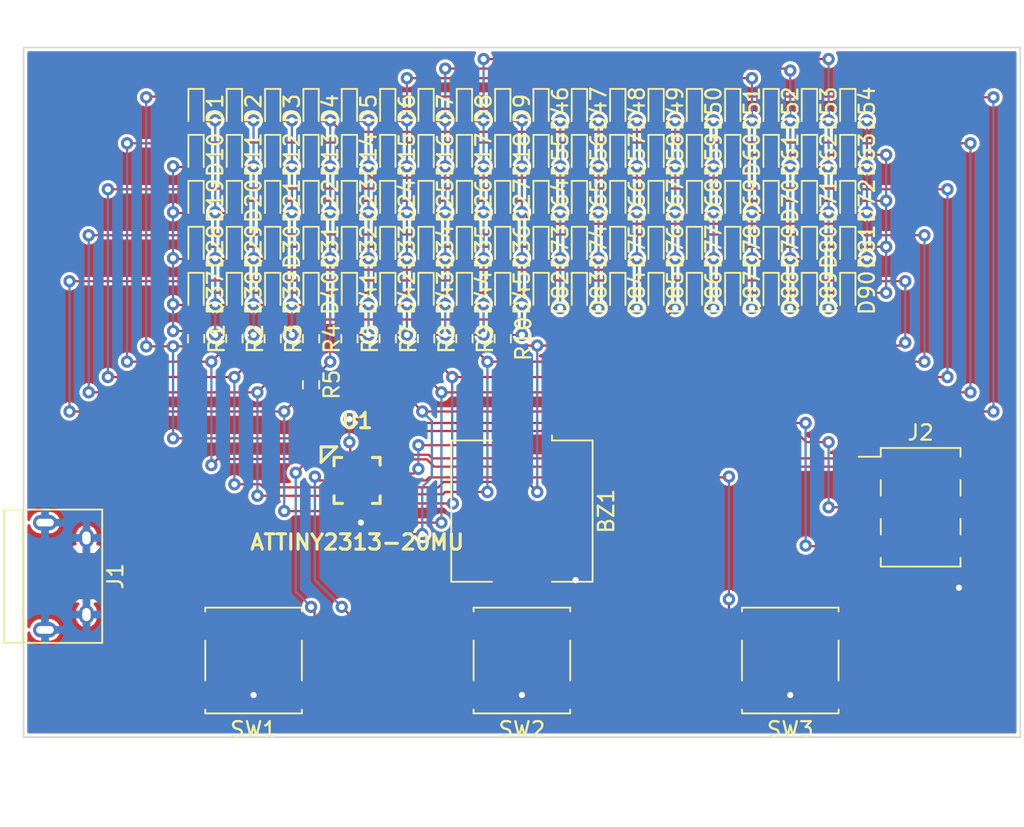
<source format=kicad_pcb>
(kicad_pcb (version 20171130) (host pcbnew "(5.0.0)")
  (layers (0 F.Cu signal) (31 B.Cu signal) (34 B.Paste user) (35 F.Paste user) (36 B.SilkS user) (37 F.SilkS user) (38 B.Mask user) (39 F.Mask user) (44 Edge.Cuts user))
  (net 0 "")
  (net 1 GND)
  (net 2 "Net-(BZ1-Pad1)")
  (net 3 D0)
  (net 4 "Net-(D1-Pad2)")
  (net 5 "Net-(D11-Pad2)")
  (net 6 "Net-(D12-Pad2)")
  (net 7 "Net-(D13-Pad2)")
  (net 8 "Net-(D14-Pad2)")
  (net 9 "Net-(D15-Pad2)")
  (net 10 "Net-(D16-Pad2)")
  (net 11 "Net-(D17-Pad2)")
  (net 12 "Net-(D18-Pad2)")
  (net 13 "Net-(D10-Pad2)")
  (net 14 D1)
  (net 15 D2)
  (net 16 D3)
  (net 17 D4)
  (net 18 D5)
  (net 19 D6)
  (net 20 D7)
  (net 21 D8)
  (net 22 D9)
  (net 23 RESET)
  (net 24 MOSI)
  (net 25 SCK)
  (net 26 +5V)
  (net 27 MISO)
  (net 28 "Net-(SW1-Pad2)")
  (net 29 "Net-(SW3-Pad2)")
  (net 30 "Net-(J1-Pad4)")
  (net 31 "Net-(J1-Pad3)")
  (net 32 "Net-(J1-Pad2)")
  (net 33 "Net-(SW2-Pad2)")
  (module Resistors_SMD:R_0402 (layer F.Cu) (at 123.75 74 270)
    (fp_text reference R7 (at 0 -1.35 270) (layer F.SilkS))
    (fp_text value R)
    (pad 2 smd rect (at 0.45 0 270) (size 0.4 0.6) (layers F.Cu F.Paste F.Mask) (net 19 D6))
    (pad 1 smd rect (at -0.45 0 270) (size 0.4 0.6) (layers F.Cu F.Paste F.Mask) (net 9 "Net-(D15-Pad2)"))
  )
  (module Connectors:USB_Micro-B (layer F.Cu) (at 102.75 89.5 270)
    (fp_text reference J1 (at 0 -3.24 270) (layer F.SilkS))
    (fp_text value USB_B_Micro)
    (pad 6 thru_hole oval (at 3.5 1.35) (size 1.55 1) (drill oval 1.15 0.5) (layers *.Cu *.Mask) (net 1 GND))
    (pad 6 thru_hole oval (at -3.5 1.35) (size 1.55 1) (drill oval 1.15 0.5) (layers *.Cu *.Mask) (net 1 GND))
    (pad 6 thru_hole oval (at 2.5 -1.35) (size 0.95 1.25) (drill oval 0.55 0.85) (layers *.Cu *.Mask) (net 1 GND))
    (pad 6 thru_hole oval (at -2.5 -1.35) (size 0.95 1.25) (drill oval 0.55 0.85) (layers *.Cu *.Mask) (net 1 GND))
    (pad 5 smd rect (at 1.3 -1.35) (size 1.35 0.4) (layers F.Cu F.Paste F.Mask) (net 1 GND))
    (pad 4 smd rect (at 0.65 -1.35) (size 1.35 0.4) (layers F.Cu F.Paste F.Mask) (net 30 "Net-(J1-Pad4)"))
    (pad 3 smd rect (at 0 -1.35) (size 1.35 0.4) (layers F.Cu F.Paste F.Mask) (net 31 "Net-(J1-Pad3)"))
    (pad 2 smd rect (at -0.65 -1.35) (size 1.35 0.4) (layers F.Cu F.Paste F.Mask) (net 32 "Net-(J1-Pad2)"))
    (pad 1 smd rect (at -1.3 -1.35) (size 1.35 0.4) (layers F.Cu F.Paste F.Mask) (net 26 +5V))
  )
  (module Buzzers_Beepers:Buzzer_Murata_PKMCS0909E4000-R1 (layer F.Cu) (at 132.5 85.25 270)
    (fp_text reference BZ1 (at 0 -5.5 270) (layer F.SilkS))
    (fp_text value Buzzer)
    (pad 2 smd rect (at 4.35 0 270) (size 1.3 3.4) (layers F.Cu F.Paste F.Mask) (net 1 GND))
    (pad 1 smd rect (at -4.35 0 270) (size 1.3 3.4) (layers F.Cu F.Paste F.Mask) (net 2 "Net-(BZ1-Pad1)"))
  )
  (module LEDs:LED_0603 (layer F.Cu) (at 111.25 59 270)
    (fp_text reference D1 (at 0 -1.25 270) (layer F.SilkS))
    (fp_text value LED)
    (pad 1 smd rect (at -0.8 0 90) (size 0.8 0.8) (layers F.Cu F.Paste F.Mask) (net 3 D0))
    (pad 2 smd rect (at 0.8 0 90) (size 0.8 0.8) (layers F.Cu F.Paste F.Mask) (net 4 "Net-(D1-Pad2)"))
  )
  (module LEDs:LED_0603 (layer F.Cu) (at 113.75 59 270)
    (fp_text reference D2 (at 0 -1.25 270) (layer F.SilkS))
    (fp_text value LED)
    (pad 1 smd rect (at -0.8 0 90) (size 0.8 0.8) (layers F.Cu F.Paste F.Mask) (net 3 D0))
    (pad 2 smd rect (at 0.8 0 90) (size 0.8 0.8) (layers F.Cu F.Paste F.Mask) (net 5 "Net-(D11-Pad2)"))
  )
  (module LEDs:LED_0603 (layer F.Cu) (at 116.25 59 270)
    (fp_text reference D3 (at 0 -1.25 270) (layer F.SilkS))
    (fp_text value LED)
    (pad 2 smd rect (at 0.8 0 90) (size 0.8 0.8) (layers F.Cu F.Paste F.Mask) (net 6 "Net-(D12-Pad2)"))
    (pad 1 smd rect (at -0.8 0 90) (size 0.8 0.8) (layers F.Cu F.Paste F.Mask) (net 3 D0))
  )
  (module LEDs:LED_0603 (layer F.Cu) (at 118.75 59 270)
    (fp_text reference D4 (at 0 -1.25 270) (layer F.SilkS))
    (fp_text value LED)
    (pad 2 smd rect (at 0.8 0 90) (size 0.8 0.8) (layers F.Cu F.Paste F.Mask) (net 7 "Net-(D13-Pad2)"))
    (pad 1 smd rect (at -0.8 0 90) (size 0.8 0.8) (layers F.Cu F.Paste F.Mask) (net 3 D0))
  )
  (module LEDs:LED_0603 (layer F.Cu) (at 121.25 59 270)
    (fp_text reference D5 (at 0 -1.25 270) (layer F.SilkS))
    (fp_text value LED)
    (pad 1 smd rect (at -0.8 0 90) (size 0.8 0.8) (layers F.Cu F.Paste F.Mask) (net 3 D0))
    (pad 2 smd rect (at 0.8 0 90) (size 0.8 0.8) (layers F.Cu F.Paste F.Mask) (net 8 "Net-(D14-Pad2)"))
  )
  (module LEDs:LED_0603 (layer F.Cu) (at 123.75 59 270)
    (fp_text reference D6 (at 0 -1.25 270) (layer F.SilkS))
    (fp_text value LED)
    (pad 2 smd rect (at 0.8 0 90) (size 0.8 0.8) (layers F.Cu F.Paste F.Mask) (net 9 "Net-(D15-Pad2)"))
    (pad 1 smd rect (at -0.8 0 90) (size 0.8 0.8) (layers F.Cu F.Paste F.Mask) (net 3 D0))
  )
  (module LEDs:LED_0603 (layer F.Cu) (at 126.25 59 270)
    (fp_text reference D7 (at 0 -1.25 270) (layer F.SilkS))
    (fp_text value LED)
    (pad 1 smd rect (at -0.8 0 90) (size 0.8 0.8) (layers F.Cu F.Paste F.Mask) (net 3 D0))
    (pad 2 smd rect (at 0.8 0 90) (size 0.8 0.8) (layers F.Cu F.Paste F.Mask) (net 10 "Net-(D16-Pad2)"))
  )
  (module LEDs:LED_0603 (layer F.Cu) (at 128.75 59 270)
    (fp_text reference D8 (at 0 -1.25 270) (layer F.SilkS))
    (fp_text value LED)
    (pad 2 smd rect (at 0.8 0 90) (size 0.8 0.8) (layers F.Cu F.Paste F.Mask) (net 11 "Net-(D17-Pad2)"))
    (pad 1 smd rect (at -0.8 0 90) (size 0.8 0.8) (layers F.Cu F.Paste F.Mask) (net 3 D0))
  )
  (module LEDs:LED_0603 (layer F.Cu) (at 131.25 59 270)
    (fp_text reference D9 (at 0 -1.25 270) (layer F.SilkS))
    (fp_text value LED)
    (pad 1 smd rect (at -0.8 0 90) (size 0.8 0.8) (layers F.Cu F.Paste F.Mask) (net 3 D0))
    (pad 2 smd rect (at 0.8 0 90) (size 0.8 0.8) (layers F.Cu F.Paste F.Mask) (net 12 "Net-(D18-Pad2)"))
  )
  (module LEDs:LED_0603 (layer F.Cu) (at 111.25 62 270)
    (fp_text reference D10 (at 0 -1.25 270) (layer F.SilkS))
    (fp_text value LED)
    (pad 2 smd rect (at 0.8 0 90) (size 0.8 0.8) (layers F.Cu F.Paste F.Mask) (net 13 "Net-(D10-Pad2)"))
    (pad 1 smd rect (at -0.8 0 90) (size 0.8 0.8) (layers F.Cu F.Paste F.Mask) (net 14 D1))
  )
  (module LEDs:LED_0603 (layer F.Cu) (at 113.75 62 270)
    (fp_text reference D11 (at 0 -1.25 270) (layer F.SilkS))
    (fp_text value LED)
    (pad 1 smd rect (at -0.8 0 90) (size 0.8 0.8) (layers F.Cu F.Paste F.Mask) (net 14 D1))
    (pad 2 smd rect (at 0.8 0 90) (size 0.8 0.8) (layers F.Cu F.Paste F.Mask) (net 5 "Net-(D11-Pad2)"))
  )
  (module LEDs:LED_0603 (layer F.Cu) (at 116.25 62 270)
    (fp_text reference D12 (at 0 -1.25 270) (layer F.SilkS))
    (fp_text value LED)
    (pad 2 smd rect (at 0.8 0 90) (size 0.8 0.8) (layers F.Cu F.Paste F.Mask) (net 6 "Net-(D12-Pad2)"))
    (pad 1 smd rect (at -0.8 0 90) (size 0.8 0.8) (layers F.Cu F.Paste F.Mask) (net 14 D1))
  )
  (module LEDs:LED_0603 (layer F.Cu) (at 118.75 62 270)
    (fp_text reference D13 (at 0 -1.25 270) (layer F.SilkS))
    (fp_text value LED)
    (pad 1 smd rect (at -0.8 0 90) (size 0.8 0.8) (layers F.Cu F.Paste F.Mask) (net 14 D1))
    (pad 2 smd rect (at 0.8 0 90) (size 0.8 0.8) (layers F.Cu F.Paste F.Mask) (net 7 "Net-(D13-Pad2)"))
  )
  (module LEDs:LED_0603 (layer F.Cu) (at 121.25 62 270)
    (fp_text reference D14 (at 0 -1.25 270) (layer F.SilkS))
    (fp_text value LED)
    (pad 2 smd rect (at 0.8 0 90) (size 0.8 0.8) (layers F.Cu F.Paste F.Mask) (net 8 "Net-(D14-Pad2)"))
    (pad 1 smd rect (at -0.8 0 90) (size 0.8 0.8) (layers F.Cu F.Paste F.Mask) (net 14 D1))
  )
  (module LEDs:LED_0603 (layer F.Cu) (at 123.75 62 270)
    (fp_text reference D15 (at 0 -1.25 270) (layer F.SilkS))
    (fp_text value LED)
    (pad 1 smd rect (at -0.8 0 90) (size 0.8 0.8) (layers F.Cu F.Paste F.Mask) (net 14 D1))
    (pad 2 smd rect (at 0.8 0 90) (size 0.8 0.8) (layers F.Cu F.Paste F.Mask) (net 9 "Net-(D15-Pad2)"))
  )
  (module LEDs:LED_0603 (layer F.Cu) (at 126.25 62 270)
    (fp_text reference D16 (at 0 -1.25 270) (layer F.SilkS))
    (fp_text value LED)
    (pad 2 smd rect (at 0.8 0 90) (size 0.8 0.8) (layers F.Cu F.Paste F.Mask) (net 10 "Net-(D16-Pad2)"))
    (pad 1 smd rect (at -0.8 0 90) (size 0.8 0.8) (layers F.Cu F.Paste F.Mask) (net 14 D1))
  )
  (module LEDs:LED_0603 (layer F.Cu) (at 128.75 62 270)
    (fp_text reference D17 (at 0 -1.25 270) (layer F.SilkS))
    (fp_text value LED)
    (pad 2 smd rect (at 0.8 0 90) (size 0.8 0.8) (layers F.Cu F.Paste F.Mask) (net 11 "Net-(D17-Pad2)"))
    (pad 1 smd rect (at -0.8 0 90) (size 0.8 0.8) (layers F.Cu F.Paste F.Mask) (net 14 D1))
  )
  (module LEDs:LED_0603 (layer F.Cu) (at 131.25 62 270)
    (fp_text reference D18 (at 0 -1.25 270) (layer F.SilkS))
    (fp_text value LED)
    (pad 1 smd rect (at -0.8 0 90) (size 0.8 0.8) (layers F.Cu F.Paste F.Mask) (net 14 D1))
    (pad 2 smd rect (at 0.8 0 90) (size 0.8 0.8) (layers F.Cu F.Paste F.Mask) (net 12 "Net-(D18-Pad2)"))
  )
  (module LEDs:LED_0603 (layer F.Cu) (at 111.25 65 270)
    (fp_text reference D19 (at 0 -1.25 270) (layer F.SilkS))
    (fp_text value LED)
    (pad 1 smd rect (at -0.8 0 90) (size 0.8 0.8) (layers F.Cu F.Paste F.Mask) (net 15 D2))
    (pad 2 smd rect (at 0.8 0 90) (size 0.8 0.8) (layers F.Cu F.Paste F.Mask) (net 13 "Net-(D10-Pad2)"))
  )
  (module LEDs:LED_0603 (layer F.Cu) (at 113.75 65 270)
    (fp_text reference D20 (at 0 -1.25 270) (layer F.SilkS))
    (fp_text value LED)
    (pad 2 smd rect (at 0.8 0 90) (size 0.8 0.8) (layers F.Cu F.Paste F.Mask) (net 4 "Net-(D1-Pad2)"))
    (pad 1 smd rect (at -0.8 0 90) (size 0.8 0.8) (layers F.Cu F.Paste F.Mask) (net 15 D2))
  )
  (module LEDs:LED_0603 (layer F.Cu) (at 116.25 65 270)
    (fp_text reference D21 (at 0 -1.25 270) (layer F.SilkS))
    (fp_text value LED)
    (pad 1 smd rect (at -0.8 0 90) (size 0.8 0.8) (layers F.Cu F.Paste F.Mask) (net 15 D2))
    (pad 2 smd rect (at 0.8 0 90) (size 0.8 0.8) (layers F.Cu F.Paste F.Mask) (net 6 "Net-(D12-Pad2)"))
  )
  (module LEDs:LED_0603 (layer F.Cu) (at 118.75 65 270)
    (fp_text reference D22 (at 0 -1.25 270) (layer F.SilkS))
    (fp_text value LED)
    (pad 2 smd rect (at 0.8 0 90) (size 0.8 0.8) (layers F.Cu F.Paste F.Mask) (net 7 "Net-(D13-Pad2)"))
    (pad 1 smd rect (at -0.8 0 90) (size 0.8 0.8) (layers F.Cu F.Paste F.Mask) (net 15 D2))
  )
  (module LEDs:LED_0603 (layer F.Cu) (at 121.25 65 270)
    (fp_text reference D23 (at 0 -1.25 270) (layer F.SilkS))
    (fp_text value LED)
    (pad 1 smd rect (at -0.8 0 90) (size 0.8 0.8) (layers F.Cu F.Paste F.Mask) (net 15 D2))
    (pad 2 smd rect (at 0.8 0 90) (size 0.8 0.8) (layers F.Cu F.Paste F.Mask) (net 8 "Net-(D14-Pad2)"))
  )
  (module LEDs:LED_0603 (layer F.Cu) (at 123.75 65 270)
    (fp_text reference D24 (at 0 -1.25 270) (layer F.SilkS))
    (fp_text value LED)
    (pad 2 smd rect (at 0.8 0 90) (size 0.8 0.8) (layers F.Cu F.Paste F.Mask) (net 9 "Net-(D15-Pad2)"))
    (pad 1 smd rect (at -0.8 0 90) (size 0.8 0.8) (layers F.Cu F.Paste F.Mask) (net 15 D2))
  )
  (module LEDs:LED_0603 (layer F.Cu) (at 126.25 65 270)
    (fp_text reference D25 (at 0 -1.25 270) (layer F.SilkS))
    (fp_text value LED)
    (pad 1 smd rect (at -0.8 0 90) (size 0.8 0.8) (layers F.Cu F.Paste F.Mask) (net 15 D2))
    (pad 2 smd rect (at 0.8 0 90) (size 0.8 0.8) (layers F.Cu F.Paste F.Mask) (net 10 "Net-(D16-Pad2)"))
  )
  (module LEDs:LED_0603 (layer F.Cu) (at 128.75 65 270)
    (fp_text reference D26 (at 0 -1.25 270) (layer F.SilkS))
    (fp_text value LED)
    (pad 2 smd rect (at 0.8 0 90) (size 0.8 0.8) (layers F.Cu F.Paste F.Mask) (net 11 "Net-(D17-Pad2)"))
    (pad 1 smd rect (at -0.8 0 90) (size 0.8 0.8) (layers F.Cu F.Paste F.Mask) (net 15 D2))
  )
  (module LEDs:LED_0603 (layer F.Cu) (at 131.25 65 270)
    (fp_text reference D27 (at 0 -1.25 270) (layer F.SilkS))
    (fp_text value LED)
    (pad 1 smd rect (at -0.8 0 90) (size 0.8 0.8) (layers F.Cu F.Paste F.Mask) (net 15 D2))
    (pad 2 smd rect (at 0.8 0 90) (size 0.8 0.8) (layers F.Cu F.Paste F.Mask) (net 12 "Net-(D18-Pad2)"))
  )
  (module LEDs:LED_0603 (layer F.Cu) (at 111.25 68 270)
    (fp_text reference D28 (at 0 -1.25 270) (layer F.SilkS))
    (fp_text value LED)
    (pad 2 smd rect (at 0.8 0 90) (size 0.8 0.8) (layers F.Cu F.Paste F.Mask) (net 13 "Net-(D10-Pad2)"))
    (pad 1 smd rect (at -0.8 0 90) (size 0.8 0.8) (layers F.Cu F.Paste F.Mask) (net 16 D3))
  )
  (module LEDs:LED_0603 (layer F.Cu) (at 113.75 68 270)
    (fp_text reference D29 (at 0 -1.25 270) (layer F.SilkS))
    (fp_text value LED)
    (pad 1 smd rect (at -0.8 0 90) (size 0.8 0.8) (layers F.Cu F.Paste F.Mask) (net 16 D3))
    (pad 2 smd rect (at 0.8 0 90) (size 0.8 0.8) (layers F.Cu F.Paste F.Mask) (net 4 "Net-(D1-Pad2)"))
  )
  (module LEDs:LED_0603 (layer F.Cu) (at 116.25 68 270)
    (fp_text reference D30 (at 0 -1.25 270) (layer F.SilkS))
    (fp_text value LED)
    (pad 2 smd rect (at 0.8 0 90) (size 0.8 0.8) (layers F.Cu F.Paste F.Mask) (net 5 "Net-(D11-Pad2)"))
    (pad 1 smd rect (at -0.8 0 90) (size 0.8 0.8) (layers F.Cu F.Paste F.Mask) (net 16 D3))
  )
  (module LEDs:LED_0603 (layer F.Cu) (at 118.75 68 270)
    (fp_text reference D31 (at 0 -1.25 270) (layer F.SilkS))
    (fp_text value LED)
    (pad 1 smd rect (at -0.8 0 90) (size 0.8 0.8) (layers F.Cu F.Paste F.Mask) (net 16 D3))
    (pad 2 smd rect (at 0.8 0 90) (size 0.8 0.8) (layers F.Cu F.Paste F.Mask) (net 7 "Net-(D13-Pad2)"))
  )
  (module LEDs:LED_0603 (layer F.Cu) (at 121.25 68 270)
    (fp_text reference D32 (at 0 -1.25 270) (layer F.SilkS))
    (fp_text value LED)
    (pad 2 smd rect (at 0.8 0 90) (size 0.8 0.8) (layers F.Cu F.Paste F.Mask) (net 8 "Net-(D14-Pad2)"))
    (pad 1 smd rect (at -0.8 0 90) (size 0.8 0.8) (layers F.Cu F.Paste F.Mask) (net 16 D3))
  )
  (module LEDs:LED_0603 (layer F.Cu) (at 123.75 68 270)
    (fp_text reference D33 (at 0 -1.25 270) (layer F.SilkS))
    (fp_text value LED)
    (pad 2 smd rect (at 0.8 0 90) (size 0.8 0.8) (layers F.Cu F.Paste F.Mask) (net 9 "Net-(D15-Pad2)"))
    (pad 1 smd rect (at -0.8 0 90) (size 0.8 0.8) (layers F.Cu F.Paste F.Mask) (net 16 D3))
  )
  (module LEDs:LED_0603 (layer F.Cu) (at 126.25 68 270)
    (fp_text reference D34 (at 0 -1.25 270) (layer F.SilkS))
    (fp_text value LED)
    (pad 2 smd rect (at 0.8 0 90) (size 0.8 0.8) (layers F.Cu F.Paste F.Mask) (net 10 "Net-(D16-Pad2)"))
    (pad 1 smd rect (at -0.8 0 90) (size 0.8 0.8) (layers F.Cu F.Paste F.Mask) (net 16 D3))
  )
  (module LEDs:LED_0603 (layer F.Cu) (at 128.75 68 270)
    (fp_text reference D35 (at 0 -1.25 270) (layer F.SilkS))
    (fp_text value LED)
    (pad 2 smd rect (at 0.8 0 90) (size 0.8 0.8) (layers F.Cu F.Paste F.Mask) (net 11 "Net-(D17-Pad2)"))
    (pad 1 smd rect (at -0.8 0 90) (size 0.8 0.8) (layers F.Cu F.Paste F.Mask) (net 16 D3))
  )
  (module LEDs:LED_0603 (layer F.Cu) (at 131.25 68 270)
    (fp_text reference D36 (at 0 -1.25 270) (layer F.SilkS))
    (fp_text value LED)
    (pad 1 smd rect (at -0.8 0 90) (size 0.8 0.8) (layers F.Cu F.Paste F.Mask) (net 16 D3))
    (pad 2 smd rect (at 0.8 0 90) (size 0.8 0.8) (layers F.Cu F.Paste F.Mask) (net 12 "Net-(D18-Pad2)"))
  )
  (module LEDs:LED_0603 (layer F.Cu) (at 111.25 71 270)
    (fp_text reference D37 (at 0 -1.25 270) (layer F.SilkS))
    (fp_text value LED)
    (pad 1 smd rect (at -0.8 0 90) (size 0.8 0.8) (layers F.Cu F.Paste F.Mask) (net 17 D4))
    (pad 2 smd rect (at 0.8 0 90) (size 0.8 0.8) (layers F.Cu F.Paste F.Mask) (net 13 "Net-(D10-Pad2)"))
  )
  (module LEDs:LED_0603 (layer F.Cu) (at 113.75 71 270)
    (fp_text reference D38 (at 0 -1.25 270) (layer F.SilkS))
    (fp_text value LED)
    (pad 2 smd rect (at 0.8 0 90) (size 0.8 0.8) (layers F.Cu F.Paste F.Mask) (net 4 "Net-(D1-Pad2)"))
    (pad 1 smd rect (at -0.8 0 90) (size 0.8 0.8) (layers F.Cu F.Paste F.Mask) (net 17 D4))
  )
  (module LEDs:LED_0603 (layer F.Cu) (at 116.25 71 270)
    (fp_text reference D39 (at 0 -1.25 270) (layer F.SilkS))
    (fp_text value LED)
    (pad 1 smd rect (at -0.8 0 90) (size 0.8 0.8) (layers F.Cu F.Paste F.Mask) (net 17 D4))
    (pad 2 smd rect (at 0.8 0 90) (size 0.8 0.8) (layers F.Cu F.Paste F.Mask) (net 5 "Net-(D11-Pad2)"))
  )
  (module LEDs:LED_0603 (layer F.Cu) (at 118.75 71 270)
    (fp_text reference D40 (at 0 -1.25 270) (layer F.SilkS))
    (fp_text value LED)
    (pad 2 smd rect (at 0.8 0 90) (size 0.8 0.8) (layers F.Cu F.Paste F.Mask) (net 6 "Net-(D12-Pad2)"))
    (pad 1 smd rect (at -0.8 0 90) (size 0.8 0.8) (layers F.Cu F.Paste F.Mask) (net 17 D4))
  )
  (module LEDs:LED_0603 (layer F.Cu) (at 121.25 71 270)
    (fp_text reference D41 (at 0 -1.25 270) (layer F.SilkS))
    (fp_text value LED)
    (pad 1 smd rect (at -0.8 0 90) (size 0.8 0.8) (layers F.Cu F.Paste F.Mask) (net 17 D4))
    (pad 2 smd rect (at 0.8 0 90) (size 0.8 0.8) (layers F.Cu F.Paste F.Mask) (net 8 "Net-(D14-Pad2)"))
  )
  (module LEDs:LED_0603 (layer F.Cu) (at 123.75 71 270)
    (fp_text reference D42 (at 0 -1.25 270) (layer F.SilkS))
    (fp_text value LED)
    (pad 1 smd rect (at -0.8 0 90) (size 0.8 0.8) (layers F.Cu F.Paste F.Mask) (net 17 D4))
    (pad 2 smd rect (at 0.8 0 90) (size 0.8 0.8) (layers F.Cu F.Paste F.Mask) (net 9 "Net-(D15-Pad2)"))
  )
  (module LEDs:LED_0603 (layer F.Cu) (at 126.25 71 270)
    (fp_text reference D43 (at 0 -1.25 270) (layer F.SilkS))
    (fp_text value LED)
    (pad 1 smd rect (at -0.8 0 90) (size 0.8 0.8) (layers F.Cu F.Paste F.Mask) (net 17 D4))
    (pad 2 smd rect (at 0.8 0 90) (size 0.8 0.8) (layers F.Cu F.Paste F.Mask) (net 10 "Net-(D16-Pad2)"))
  )
  (module LEDs:LED_0603 (layer F.Cu) (at 128.75 71 270)
    (fp_text reference D44 (at 0 -1.25 270) (layer F.SilkS))
    (fp_text value LED)
    (pad 2 smd rect (at 0.8 0 90) (size 0.8 0.8) (layers F.Cu F.Paste F.Mask) (net 11 "Net-(D17-Pad2)"))
    (pad 1 smd rect (at -0.8 0 90) (size 0.8 0.8) (layers F.Cu F.Paste F.Mask) (net 17 D4))
  )
  (module LEDs:LED_0603 (layer F.Cu) (at 131.25 71 270)
    (fp_text reference D45 (at 0 -1.25 270) (layer F.SilkS))
    (fp_text value LED)
    (pad 1 smd rect (at -0.8 0 90) (size 0.8 0.8) (layers F.Cu F.Paste F.Mask) (net 17 D4))
    (pad 2 smd rect (at 0.8 0 90) (size 0.8 0.8) (layers F.Cu F.Paste F.Mask) (net 12 "Net-(D18-Pad2)"))
  )
  (module LEDs:LED_0603 (layer F.Cu) (at 133.75 59 270)
    (fp_text reference D46 (at 0 -1.25 270) (layer F.SilkS))
    (fp_text value LED)
    (pad 2 smd rect (at 0.8 0 90) (size 0.8 0.8) (layers F.Cu F.Paste F.Mask) (net 13 "Net-(D10-Pad2)"))
    (pad 1 smd rect (at -0.8 0 90) (size 0.8 0.8) (layers F.Cu F.Paste F.Mask) (net 18 D5))
  )
  (module LEDs:LED_0603 (layer F.Cu) (at 136.25 59 270)
    (fp_text reference D47 (at 0 -1.25 270) (layer F.SilkS))
    (fp_text value LED)
    (pad 1 smd rect (at -0.8 0 90) (size 0.8 0.8) (layers F.Cu F.Paste F.Mask) (net 18 D5))
    (pad 2 smd rect (at 0.8 0 90) (size 0.8 0.8) (layers F.Cu F.Paste F.Mask) (net 4 "Net-(D1-Pad2)"))
  )
  (module LEDs:LED_0603 (layer F.Cu) (at 138.75 59 270)
    (fp_text reference D48 (at 0 -1.25 270) (layer F.SilkS))
    (fp_text value LED)
    (pad 2 smd rect (at 0.8 0 90) (size 0.8 0.8) (layers F.Cu F.Paste F.Mask) (net 5 "Net-(D11-Pad2)"))
    (pad 1 smd rect (at -0.8 0 90) (size 0.8 0.8) (layers F.Cu F.Paste F.Mask) (net 18 D5))
  )
  (module LEDs:LED_0603 (layer F.Cu) (at 141.25 59 270)
    (fp_text reference D49 (at 0 -1.25 270) (layer F.SilkS))
    (fp_text value LED)
    (pad 1 smd rect (at -0.8 0 90) (size 0.8 0.8) (layers F.Cu F.Paste F.Mask) (net 18 D5))
    (pad 2 smd rect (at 0.8 0 90) (size 0.8 0.8) (layers F.Cu F.Paste F.Mask) (net 6 "Net-(D12-Pad2)"))
  )
  (module LEDs:LED_0603 (layer F.Cu) (at 143.75 59 270)
    (fp_text reference D50 (at 0 -1.25 270) (layer F.SilkS))
    (fp_text value LED)
    (pad 2 smd rect (at 0.8 0 90) (size 0.8 0.8) (layers F.Cu F.Paste F.Mask) (net 7 "Net-(D13-Pad2)"))
    (pad 1 smd rect (at -0.8 0 90) (size 0.8 0.8) (layers F.Cu F.Paste F.Mask) (net 18 D5))
  )
  (module LEDs:LED_0603 (layer F.Cu) (at 146.25 59 270)
    (fp_text reference D51 (at 0 -1.25 270) (layer F.SilkS))
    (fp_text value LED)
    (pad 2 smd rect (at 0.8 0 90) (size 0.8 0.8) (layers F.Cu F.Paste F.Mask) (net 9 "Net-(D15-Pad2)"))
    (pad 1 smd rect (at -0.8 0 90) (size 0.8 0.8) (layers F.Cu F.Paste F.Mask) (net 18 D5))
  )
  (module LEDs:LED_0603 (layer F.Cu) (at 148.75 59 270)
    (fp_text reference D52 (at 0 -1.25 270) (layer F.SilkS))
    (fp_text value LED)
    (pad 1 smd rect (at -0.8 0 90) (size 0.8 0.8) (layers F.Cu F.Paste F.Mask) (net 18 D5))
    (pad 2 smd rect (at 0.8 0 90) (size 0.8 0.8) (layers F.Cu F.Paste F.Mask) (net 10 "Net-(D16-Pad2)"))
  )
  (module LEDs:LED_0603 (layer F.Cu) (at 151.25 59 270)
    (fp_text reference D53 (at 0 -1.25 270) (layer F.SilkS))
    (fp_text value LED)
    (pad 2 smd rect (at 0.8 0 90) (size 0.8 0.8) (layers F.Cu F.Paste F.Mask) (net 11 "Net-(D17-Pad2)"))
    (pad 1 smd rect (at -0.8 0 90) (size 0.8 0.8) (layers F.Cu F.Paste F.Mask) (net 18 D5))
  )
  (module LEDs:LED_0603 (layer F.Cu) (at 153.75 59 270)
    (fp_text reference D54 (at 0 -1.25 270) (layer F.SilkS))
    (fp_text value LED)
    (pad 1 smd rect (at -0.8 0 90) (size 0.8 0.8) (layers F.Cu F.Paste F.Mask) (net 18 D5))
    (pad 2 smd rect (at 0.8 0 90) (size 0.8 0.8) (layers F.Cu F.Paste F.Mask) (net 12 "Net-(D18-Pad2)"))
  )
  (module LEDs:LED_0603 (layer F.Cu) (at 133.75 62 270)
    (fp_text reference D55 (at 0 -1.25 270) (layer F.SilkS))
    (fp_text value LED)
    (pad 1 smd rect (at -0.8 0 90) (size 0.8 0.8) (layers F.Cu F.Paste F.Mask) (net 19 D6))
    (pad 2 smd rect (at 0.8 0 90) (size 0.8 0.8) (layers F.Cu F.Paste F.Mask) (net 13 "Net-(D10-Pad2)"))
  )
  (module LEDs:LED_0603 (layer F.Cu) (at 136.25 62 270)
    (fp_text reference D56 (at 0 -1.25 270) (layer F.SilkS))
    (fp_text value LED)
    (pad 2 smd rect (at 0.8 0 90) (size 0.8 0.8) (layers F.Cu F.Paste F.Mask) (net 4 "Net-(D1-Pad2)"))
    (pad 1 smd rect (at -0.8 0 90) (size 0.8 0.8) (layers F.Cu F.Paste F.Mask) (net 19 D6))
  )
  (module LEDs:LED_0603 (layer F.Cu) (at 138.75 62 270)
    (fp_text reference D57 (at 0 -1.25 270) (layer F.SilkS))
    (fp_text value LED)
    (pad 1 smd rect (at -0.8 0 90) (size 0.8 0.8) (layers F.Cu F.Paste F.Mask) (net 19 D6))
    (pad 2 smd rect (at 0.8 0 90) (size 0.8 0.8) (layers F.Cu F.Paste F.Mask) (net 5 "Net-(D11-Pad2)"))
  )
  (module LEDs:LED_0603 (layer F.Cu) (at 141.25 62 270)
    (fp_text reference D58 (at 0 -1.25 270) (layer F.SilkS))
    (fp_text value LED)
    (pad 2 smd rect (at 0.8 0 90) (size 0.8 0.8) (layers F.Cu F.Paste F.Mask) (net 6 "Net-(D12-Pad2)"))
    (pad 1 smd rect (at -0.8 0 90) (size 0.8 0.8) (layers F.Cu F.Paste F.Mask) (net 19 D6))
  )
  (module LEDs:LED_0603 (layer F.Cu) (at 143.75 62 270)
    (fp_text reference D59 (at 0 -1.25 270) (layer F.SilkS))
    (fp_text value LED)
    (pad 1 smd rect (at -0.8 0 90) (size 0.8 0.8) (layers F.Cu F.Paste F.Mask) (net 19 D6))
    (pad 2 smd rect (at 0.8 0 90) (size 0.8 0.8) (layers F.Cu F.Paste F.Mask) (net 7 "Net-(D13-Pad2)"))
  )
  (module LEDs:LED_0603 (layer F.Cu) (at 146.25 62 270)
    (fp_text reference D60 (at 0 -1.25 270) (layer F.SilkS))
    (fp_text value LED)
    (pad 2 smd rect (at 0.8 0 90) (size 0.8 0.8) (layers F.Cu F.Paste F.Mask) (net 8 "Net-(D14-Pad2)"))
    (pad 1 smd rect (at -0.8 0 90) (size 0.8 0.8) (layers F.Cu F.Paste F.Mask) (net 19 D6))
  )
  (module LEDs:LED_0603 (layer F.Cu) (at 148.75 62 270)
    (fp_text reference D61 (at 0 -1.25 270) (layer F.SilkS))
    (fp_text value LED)
    (pad 1 smd rect (at -0.8 0 90) (size 0.8 0.8) (layers F.Cu F.Paste F.Mask) (net 19 D6))
    (pad 2 smd rect (at 0.8 0 90) (size 0.8 0.8) (layers F.Cu F.Paste F.Mask) (net 10 "Net-(D16-Pad2)"))
  )
  (module LEDs:LED_0603 (layer F.Cu) (at 151.25 62 270)
    (fp_text reference D62 (at 0 -1.25 270) (layer F.SilkS))
    (fp_text value LED)
    (pad 2 smd rect (at 0.8 0 90) (size 0.8 0.8) (layers F.Cu F.Paste F.Mask) (net 11 "Net-(D17-Pad2)"))
    (pad 1 smd rect (at -0.8 0 90) (size 0.8 0.8) (layers F.Cu F.Paste F.Mask) (net 19 D6))
  )
  (module LEDs:LED_0603 (layer F.Cu) (at 153.75 62 270)
    (fp_text reference D63 (at 0 -1.25 270) (layer F.SilkS))
    (fp_text value LED)
    (pad 1 smd rect (at -0.8 0 90) (size 0.8 0.8) (layers F.Cu F.Paste F.Mask) (net 19 D6))
    (pad 2 smd rect (at 0.8 0 90) (size 0.8 0.8) (layers F.Cu F.Paste F.Mask) (net 12 "Net-(D18-Pad2)"))
  )
  (module LEDs:LED_0603 (layer F.Cu) (at 133.75 65 270)
    (fp_text reference D64 (at 0 -1.25 270) (layer F.SilkS))
    (fp_text value LED)
    (pad 2 smd rect (at 0.8 0 90) (size 0.8 0.8) (layers F.Cu F.Paste F.Mask) (net 13 "Net-(D10-Pad2)"))
    (pad 1 smd rect (at -0.8 0 90) (size 0.8 0.8) (layers F.Cu F.Paste F.Mask) (net 20 D7))
  )
  (module LEDs:LED_0603 (layer F.Cu) (at 136.25 65 270)
    (fp_text reference D65 (at 0 -1.25 270) (layer F.SilkS))
    (fp_text value LED)
    (pad 1 smd rect (at -0.8 0 90) (size 0.8 0.8) (layers F.Cu F.Paste F.Mask) (net 20 D7))
    (pad 2 smd rect (at 0.8 0 90) (size 0.8 0.8) (layers F.Cu F.Paste F.Mask) (net 4 "Net-(D1-Pad2)"))
  )
  (module LEDs:LED_0603 (layer F.Cu) (at 138.75 65 270)
    (fp_text reference D66 (at 0 -1.25 270) (layer F.SilkS))
    (fp_text value LED)
    (pad 2 smd rect (at 0.8 0 90) (size 0.8 0.8) (layers F.Cu F.Paste F.Mask) (net 5 "Net-(D11-Pad2)"))
    (pad 1 smd rect (at -0.8 0 90) (size 0.8 0.8) (layers F.Cu F.Paste F.Mask) (net 20 D7))
  )
  (module LEDs:LED_0603 (layer F.Cu) (at 141.25 65 270)
    (fp_text reference D67 (at 0 -1.25 270) (layer F.SilkS))
    (fp_text value LED)
    (pad 1 smd rect (at -0.8 0 90) (size 0.8 0.8) (layers F.Cu F.Paste F.Mask) (net 20 D7))
    (pad 2 smd rect (at 0.8 0 90) (size 0.8 0.8) (layers F.Cu F.Paste F.Mask) (net 6 "Net-(D12-Pad2)"))
  )
  (module LEDs:LED_0603 (layer F.Cu) (at 143.75 65 270)
    (fp_text reference D68 (at 0 -1.25 270) (layer F.SilkS))
    (fp_text value LED)
    (pad 2 smd rect (at 0.8 0 90) (size 0.8 0.8) (layers F.Cu F.Paste F.Mask) (net 7 "Net-(D13-Pad2)"))
    (pad 1 smd rect (at -0.8 0 90) (size 0.8 0.8) (layers F.Cu F.Paste F.Mask) (net 20 D7))
  )
  (module LEDs:LED_0603 (layer F.Cu) (at 146.25 65 270)
    (fp_text reference D69 (at 0 -1.25 270) (layer F.SilkS))
    (fp_text value LED)
    (pad 1 smd rect (at -0.8 0 90) (size 0.8 0.8) (layers F.Cu F.Paste F.Mask) (net 20 D7))
    (pad 2 smd rect (at 0.8 0 90) (size 0.8 0.8) (layers F.Cu F.Paste F.Mask) (net 8 "Net-(D14-Pad2)"))
  )
  (module LEDs:LED_0603 (layer F.Cu) (at 148.75 65 270)
    (fp_text reference D70 (at 0 -1.25 270) (layer F.SilkS))
    (fp_text value LED)
    (pad 2 smd rect (at 0.8 0 90) (size 0.8 0.8) (layers F.Cu F.Paste F.Mask) (net 9 "Net-(D15-Pad2)"))
    (pad 1 smd rect (at -0.8 0 90) (size 0.8 0.8) (layers F.Cu F.Paste F.Mask) (net 20 D7))
  )
  (module LEDs:LED_0603 (layer F.Cu) (at 151.25 65 270)
    (fp_text reference D71 (at 0 -1.25 270) (layer F.SilkS))
    (fp_text value LED)
    (pad 2 smd rect (at 0.8 0 90) (size 0.8 0.8) (layers F.Cu F.Paste F.Mask) (net 11 "Net-(D17-Pad2)"))
    (pad 1 smd rect (at -0.8 0 90) (size 0.8 0.8) (layers F.Cu F.Paste F.Mask) (net 20 D7))
  )
  (module LEDs:LED_0603 (layer F.Cu) (at 153.75 65 270)
    (fp_text reference D72 (at 0 -1.25 270) (layer F.SilkS))
    (fp_text value LED)
    (pad 1 smd rect (at -0.8 0 90) (size 0.8 0.8) (layers F.Cu F.Paste F.Mask) (net 20 D7))
    (pad 2 smd rect (at 0.8 0 90) (size 0.8 0.8) (layers F.Cu F.Paste F.Mask) (net 12 "Net-(D18-Pad2)"))
  )
  (module LEDs:LED_0603 (layer F.Cu) (at 133.75 68 270)
    (fp_text reference D73 (at 0 -1.25 270) (layer F.SilkS))
    (fp_text value LED)
    (pad 1 smd rect (at -0.8 0 90) (size 0.8 0.8) (layers F.Cu F.Paste F.Mask) (net 21 D8))
    (pad 2 smd rect (at 0.8 0 90) (size 0.8 0.8) (layers F.Cu F.Paste F.Mask) (net 13 "Net-(D10-Pad2)"))
  )
  (module LEDs:LED_0603 (layer F.Cu) (at 136.25 68 270)
    (fp_text reference D74 (at 0 -1.25 270) (layer F.SilkS))
    (fp_text value LED)
    (pad 2 smd rect (at 0.8 0 90) (size 0.8 0.8) (layers F.Cu F.Paste F.Mask) (net 4 "Net-(D1-Pad2)"))
    (pad 1 smd rect (at -0.8 0 90) (size 0.8 0.8) (layers F.Cu F.Paste F.Mask) (net 21 D8))
  )
  (module LEDs:LED_0603 (layer F.Cu) (at 138.75 68 270)
    (fp_text reference D75 (at 0 -1.25 270) (layer F.SilkS))
    (fp_text value LED)
    (pad 1 smd rect (at -0.8 0 90) (size 0.8 0.8) (layers F.Cu F.Paste F.Mask) (net 21 D8))
    (pad 2 smd rect (at 0.8 0 90) (size 0.8 0.8) (layers F.Cu F.Paste F.Mask) (net 5 "Net-(D11-Pad2)"))
  )
  (module LEDs:LED_0603 (layer F.Cu) (at 141.25 68 270)
    (fp_text reference D76 (at 0 -1.25 270) (layer F.SilkS))
    (fp_text value LED)
    (pad 2 smd rect (at 0.8 0 90) (size 0.8 0.8) (layers F.Cu F.Paste F.Mask) (net 6 "Net-(D12-Pad2)"))
    (pad 1 smd rect (at -0.8 0 90) (size 0.8 0.8) (layers F.Cu F.Paste F.Mask) (net 21 D8))
  )
  (module LEDs:LED_0603 (layer F.Cu) (at 143.75 68 270)
    (fp_text reference D77 (at 0 -1.25 270) (layer F.SilkS))
    (fp_text value LED)
    (pad 1 smd rect (at -0.8 0 90) (size 0.8 0.8) (layers F.Cu F.Paste F.Mask) (net 21 D8))
    (pad 2 smd rect (at 0.8 0 90) (size 0.8 0.8) (layers F.Cu F.Paste F.Mask) (net 7 "Net-(D13-Pad2)"))
  )
  (module LEDs:LED_0603 (layer F.Cu) (at 146.25 68 270)
    (fp_text reference D78 (at 0 -1.25 270) (layer F.SilkS))
    (fp_text value LED)
    (pad 1 smd rect (at -0.8 0 90) (size 0.8 0.8) (layers F.Cu F.Paste F.Mask) (net 21 D8))
    (pad 2 smd rect (at 0.8 0 90) (size 0.8 0.8) (layers F.Cu F.Paste F.Mask) (net 8 "Net-(D14-Pad2)"))
  )
  (module LEDs:LED_0603 (layer F.Cu) (at 148.75 68 270)
    (fp_text reference D79 (at 0 -1.25 270) (layer F.SilkS))
    (fp_text value LED)
    (pad 2 smd rect (at 0.8 0 90) (size 0.8 0.8) (layers F.Cu F.Paste F.Mask) (net 9 "Net-(D15-Pad2)"))
    (pad 1 smd rect (at -0.8 0 90) (size 0.8 0.8) (layers F.Cu F.Paste F.Mask) (net 21 D8))
  )
  (module LEDs:LED_0603 (layer F.Cu) (at 151.25 68 270)
    (fp_text reference D80 (at 0 -1.25 270) (layer F.SilkS))
    (fp_text value LED)
    (pad 2 smd rect (at 0.8 0 90) (size 0.8 0.8) (layers F.Cu F.Paste F.Mask) (net 10 "Net-(D16-Pad2)"))
    (pad 1 smd rect (at -0.8 0 90) (size 0.8 0.8) (layers F.Cu F.Paste F.Mask) (net 21 D8))
  )
  (module LEDs:LED_0603 (layer F.Cu) (at 153.75 68 270)
    (fp_text reference D81 (at 0 -1.25 270) (layer F.SilkS))
    (fp_text value LED)
    (pad 2 smd rect (at 0.8 0 90) (size 0.8 0.8) (layers F.Cu F.Paste F.Mask) (net 12 "Net-(D18-Pad2)"))
    (pad 1 smd rect (at -0.8 0 90) (size 0.8 0.8) (layers F.Cu F.Paste F.Mask) (net 21 D8))
  )
  (module LEDs:LED_0603 (layer F.Cu) (at 133.75 71 270)
    (fp_text reference D82 (at 0 -1.25 270) (layer F.SilkS))
    (fp_text value LED)
    (pad 1 smd rect (at -0.8 0 90) (size 0.8 0.8) (layers F.Cu F.Paste F.Mask) (net 22 D9))
    (pad 2 smd rect (at 0.8 0 90) (size 0.8 0.8) (layers F.Cu F.Paste F.Mask) (net 13 "Net-(D10-Pad2)"))
  )
  (module LEDs:LED_0603 (layer F.Cu) (at 136.25 71 270)
    (fp_text reference D83 (at 0 -1.25 270) (layer F.SilkS))
    (fp_text value LED)
    (pad 2 smd rect (at 0.8 0 90) (size 0.8 0.8) (layers F.Cu F.Paste F.Mask) (net 4 "Net-(D1-Pad2)"))
    (pad 1 smd rect (at -0.8 0 90) (size 0.8 0.8) (layers F.Cu F.Paste F.Mask) (net 22 D9))
  )
  (module LEDs:LED_0603 (layer F.Cu) (at 138.75 71 270)
    (fp_text reference D84 (at 0 -1.25 270) (layer F.SilkS))
    (fp_text value LED)
    (pad 1 smd rect (at -0.8 0 90) (size 0.8 0.8) (layers F.Cu F.Paste F.Mask) (net 22 D9))
    (pad 2 smd rect (at 0.8 0 90) (size 0.8 0.8) (layers F.Cu F.Paste F.Mask) (net 5 "Net-(D11-Pad2)"))
  )
  (module LEDs:LED_0603 (layer F.Cu) (at 141.25 71 270)
    (fp_text reference D85 (at 0 -1.25 270) (layer F.SilkS))
    (fp_text value LED)
    (pad 2 smd rect (at 0.8 0 90) (size 0.8 0.8) (layers F.Cu F.Paste F.Mask) (net 6 "Net-(D12-Pad2)"))
    (pad 1 smd rect (at -0.8 0 90) (size 0.8 0.8) (layers F.Cu F.Paste F.Mask) (net 22 D9))
  )
  (module LEDs:LED_0603 (layer F.Cu) (at 143.75 71 270)
    (fp_text reference D86 (at 0 -1.25 270) (layer F.SilkS))
    (fp_text value LED)
    (pad 1 smd rect (at -0.8 0 90) (size 0.8 0.8) (layers F.Cu F.Paste F.Mask) (net 22 D9))
    (pad 2 smd rect (at 0.8 0 90) (size 0.8 0.8) (layers F.Cu F.Paste F.Mask) (net 7 "Net-(D13-Pad2)"))
  )
  (module LEDs:LED_0603 (layer F.Cu) (at 146.25 71 270)
    (fp_text reference D87 (at 0 -1.25 270) (layer F.SilkS))
    (fp_text value LED)
    (pad 2 smd rect (at 0.8 0 90) (size 0.8 0.8) (layers F.Cu F.Paste F.Mask) (net 8 "Net-(D14-Pad2)"))
    (pad 1 smd rect (at -0.8 0 90) (size 0.8 0.8) (layers F.Cu F.Paste F.Mask) (net 22 D9))
  )
  (module LEDs:LED_0603 (layer F.Cu) (at 148.75 71 270)
    (fp_text reference D88 (at 0 -1.25 270) (layer F.SilkS))
    (fp_text value LED)
    (pad 1 smd rect (at -0.8 0 90) (size 0.8 0.8) (layers F.Cu F.Paste F.Mask) (net 22 D9))
    (pad 2 smd rect (at 0.8 0 90) (size 0.8 0.8) (layers F.Cu F.Paste F.Mask) (net 9 "Net-(D15-Pad2)"))
  )
  (module LEDs:LED_0603 (layer F.Cu) (at 151.25 71 270)
    (fp_text reference D89 (at 0 -1.25 270) (layer F.SilkS))
    (fp_text value LED)
    (pad 2 smd rect (at 0.8 0 90) (size 0.8 0.8) (layers F.Cu F.Paste F.Mask) (net 10 "Net-(D16-Pad2)"))
    (pad 1 smd rect (at -0.8 0 90) (size 0.8 0.8) (layers F.Cu F.Paste F.Mask) (net 22 D9))
  )
  (module LEDs:LED_0603 (layer F.Cu) (at 153.75 71 270)
    (fp_text reference D90 (at 0 -1.25 270) (layer F.SilkS))
    (fp_text value LED)
    (pad 1 smd rect (at -0.8 0 90) (size 0.8 0.8) (layers F.Cu F.Paste F.Mask) (net 22 D9))
    (pad 2 smd rect (at 0.8 0 90) (size 0.8 0.8) (layers F.Cu F.Paste F.Mask) (net 11 "Net-(D17-Pad2)"))
  )
  (module Pin_Headers:Pin_Header_Straight_2x03_Pitch2.54mm_SMD (layer F.Cu) (at 158.5 85)
    (fp_text reference J2 (at 0 -4.87) (layer F.SilkS))
    (fp_text value Conn_02x03_Odd_Even)
    (pad 6 smd rect (at 2.525 2.54) (size 3.15 1) (layers F.Cu F.Paste F.Mask) (net 1 GND))
    (pad 5 smd rect (at -2.525 2.54) (size 3.15 1) (layers F.Cu F.Paste F.Mask) (net 23 RESET))
    (pad 4 smd rect (at 2.525 0) (size 3.15 1) (layers F.Cu F.Paste F.Mask) (net 24 MOSI))
    (pad 3 smd rect (at -2.525 0) (size 3.15 1) (layers F.Cu F.Paste F.Mask) (net 25 SCK))
    (pad 2 smd rect (at 2.525 -2.54) (size 3.15 1) (layers F.Cu F.Paste F.Mask) (net 26 +5V))
    (pad 1 smd rect (at -2.525 -2.54) (size 3.15 1) (layers F.Cu F.Paste F.Mask) (net 27 MISO))
  )
  (module Resistors_SMD:R_0402 (layer F.Cu) (at 111.25 74 270)
    (fp_text reference R1 (at 0 -1.35 270) (layer F.SilkS))
    (fp_text value R)
    (pad 1 smd rect (at -0.45 0 270) (size 0.4 0.6) (layers F.Cu F.Paste F.Mask) (net 13 "Net-(D10-Pad2)"))
    (pad 2 smd rect (at 0.45 0 270) (size 0.4 0.6) (layers F.Cu F.Paste F.Mask) (net 3 D0))
  )
  (module Resistors_SMD:R_0402 (layer F.Cu) (at 113.75 74 270)
    (fp_text reference R2 (at 0 -1.35 270) (layer F.SilkS))
    (fp_text value R)
    (pad 2 smd rect (at 0.45 0 270) (size 0.4 0.6) (layers F.Cu F.Paste F.Mask) (net 14 D1))
    (pad 1 smd rect (at -0.45 0 270) (size 0.4 0.6) (layers F.Cu F.Paste F.Mask) (net 4 "Net-(D1-Pad2)"))
  )
  (module Resistors_SMD:R_0402 (layer F.Cu) (at 116.25 74 270)
    (fp_text reference R3 (at 0 -1.35 270) (layer F.SilkS))
    (fp_text value R)
    (pad 1 smd rect (at -0.45 0 270) (size 0.4 0.6) (layers F.Cu F.Paste F.Mask) (net 5 "Net-(D11-Pad2)"))
    (pad 2 smd rect (at 0.45 0 270) (size 0.4 0.6) (layers F.Cu F.Paste F.Mask) (net 15 D2))
  )
  (module Resistors_SMD:R_0402 (layer F.Cu) (at 118.75 74 270)
    (fp_text reference R4 (at 0 -1.35 270) (layer F.SilkS))
    (fp_text value R)
    (pad 2 smd rect (at 0.45 0 270) (size 0.4 0.6) (layers F.Cu F.Paste F.Mask) (net 16 D3))
    (pad 1 smd rect (at -0.45 0 270) (size 0.4 0.6) (layers F.Cu F.Paste F.Mask) (net 6 "Net-(D12-Pad2)"))
  )
  (module Resistors_SMD:R_0402 (layer F.Cu) (at 118.75 77 270)
    (fp_text reference R5 (at 0 -1.35 270) (layer F.SilkS))
    (fp_text value R)
    (pad 1 smd rect (at -0.45 0 270) (size 0.4 0.6) (layers F.Cu F.Paste F.Mask) (net 7 "Net-(D13-Pad2)"))
    (pad 2 smd rect (at 0.45 0 270) (size 0.4 0.6) (layers F.Cu F.Paste F.Mask) (net 17 D4))
  )
  (module Resistors_SMD:R_0402 (layer F.Cu) (at 121.25 74 270)
    (fp_text reference R6 (at 0 -1.35 270) (layer F.SilkS))
    (fp_text value R)
    (pad 2 smd rect (at 0.45 0 270) (size 0.4 0.6) (layers F.Cu F.Paste F.Mask) (net 18 D5))
    (pad 1 smd rect (at -0.45 0 270) (size 0.4 0.6) (layers F.Cu F.Paste F.Mask) (net 8 "Net-(D14-Pad2)"))
  )
  (module Resistors_SMD:R_0402 (layer F.Cu) (at 126.25 74 270)
    (fp_text reference R8 (at 0 -1.35 270) (layer F.SilkS))
    (fp_text value R)
    (pad 1 smd rect (at -0.45 0 270) (size 0.4 0.6) (layers F.Cu F.Paste F.Mask) (net 10 "Net-(D16-Pad2)"))
    (pad 2 smd rect (at 0.45 0 270) (size 0.4 0.6) (layers F.Cu F.Paste F.Mask) (net 20 D7))
  )
  (module Resistors_SMD:R_0402 (layer F.Cu) (at 128.75 74 270)
    (fp_text reference R9 (at 0 -1.35 270) (layer F.SilkS))
    (fp_text value R)
    (pad 2 smd rect (at 0.45 0 270) (size 0.4 0.6) (layers F.Cu F.Paste F.Mask) (net 21 D8))
    (pad 1 smd rect (at -0.45 0 270) (size 0.4 0.6) (layers F.Cu F.Paste F.Mask) (net 11 "Net-(D17-Pad2)"))
  )
  (module Resistors_SMD:R_0402 (layer F.Cu) (at 131.25 74 270)
    (fp_text reference R10 (at 0 -1.35 270) (layer F.SilkS))
    (fp_text value R)
    (pad 1 smd rect (at -0.45 0 270) (size 0.4 0.6) (layers F.Cu F.Paste F.Mask) (net 12 "Net-(D18-Pad2)"))
    (pad 2 smd rect (at 0.45 0 270) (size 0.4 0.6) (layers F.Cu F.Paste F.Mask) (net 22 D9))
  )
  (module Buttons_Switches_SMD:SW_SPST_B3S-1000 (layer F.Cu) (at 115 95 180)
    (fp_text reference SW1 (at 0 -4.5 180) (layer F.SilkS))
    (fp_text value SW_Push)
    (pad 1 smd rect (at -3.975 -2.25 180) (size 1.55 1.3) (layers F.Cu F.Paste F.Mask) (net 1 GND))
    (pad 1 smd rect (at 3.975 -2.25 180) (size 1.55 1.3) (layers F.Cu F.Paste F.Mask) (net 1 GND))
    (pad 2 smd rect (at -3.975 2.25 180) (size 1.55 1.3) (layers F.Cu F.Paste F.Mask) (net 28 "Net-(SW1-Pad2)"))
    (pad 2 smd rect (at 3.975 2.25 180) (size 1.55 1.3) (layers F.Cu F.Paste F.Mask) (net 28 "Net-(SW1-Pad2)"))
  )
  (module Buttons_Switches_SMD:SW_SPST_B3S-1000 (layer F.Cu) (at 132.5 95 180)
    (fp_text reference SW2 (at 0 -4.5 180) (layer F.SilkS))
    (fp_text value SW_Push)
    (pad 2 smd rect (at 3.975 2.25 180) (size 1.55 1.3) (layers F.Cu F.Paste F.Mask) (net 33 "Net-(SW2-Pad2)"))
    (pad 2 smd rect (at -3.975 2.25 180) (size 1.55 1.3) (layers F.Cu F.Paste F.Mask) (net 33 "Net-(SW2-Pad2)"))
    (pad 1 smd rect (at 3.975 -2.25 180) (size 1.55 1.3) (layers F.Cu F.Paste F.Mask) (net 1 GND))
    (pad 1 smd rect (at -3.975 -2.25 180) (size 1.55 1.3) (layers F.Cu F.Paste F.Mask) (net 1 GND))
  )
  (module Buttons_Switches_SMD:SW_SPST_B3S-1000 (layer F.Cu) (at 150 95 180)
    (fp_text reference SW3 (at 0 -4.5 180) (layer F.SilkS))
    (fp_text value SW_Push)
    (pad 2 smd rect (at 3.975 2.25 180) (size 1.55 1.3) (layers F.Cu F.Paste F.Mask) (net 29 "Net-(SW3-Pad2)"))
    (pad 2 smd rect (at -3.975 2.25 180) (size 1.55 1.3) (layers F.Cu F.Paste F.Mask) (net 29 "Net-(SW3-Pad2)"))
    (pad 1 smd rect (at 3.975 -2.25 180) (size 1.55 1.3) (layers F.Cu F.Paste F.Mask) (net 1 GND))
    (pad 1 smd rect (at -3.975 -2.25 180) (size 1.55 1.3) (layers F.Cu F.Paste F.Mask) (net 1 GND))
  )
  (module Bitraf:VQFN20-SMALL (layer F.Cu) (at 121.75 83.25)
    (fp_text reference U1 (at 0 -3.89) (layer F.SilkS) (effects (font (thickness 0.2))))
    (fp_text value ATTINY2313-20MU (at 0.01 4.03) (layer F.SilkS) (effects (font (thickness 0.2))))
    (pad 1 smd rect (at -1.475 -0.9) (size 0.7 0.22) (layers F.Cu F.Paste F.Mask) (net 14 D1))
    (pad 2 smd rect (at -1.475 -0.45) (size 0.7 0.22) (layers F.Cu F.Paste F.Mask) (net 28 "Net-(SW1-Pad2)"))
    (pad 3 smd rect (at -1.475 0) (size 0.7 0.22) (layers F.Cu F.Paste F.Mask) (net 33 "Net-(SW2-Pad2)"))
    (pad 4 smd rect (at -1.475 0.45) (size 0.7 0.22) (layers F.Cu F.Paste F.Mask) (net 15 D2))
    (pad 5 smd rect (at -1.475 0.9) (size 0.7 0.22) (layers F.Cu F.Paste F.Mask) (net 16 D3))
    (pad 6 smd rect (at -0.9 1.475) (size 0.22 0.7) (layers F.Cu F.Paste F.Mask) (net 17 D4))
    (pad 7 smd rect (at -0.45 1.475) (size 0.22 0.7) (layers F.Cu F.Paste F.Mask) (net 18 D5))
    (pad 8 smd rect (at 0 1.475) (size 0.22 0.7) (layers F.Cu F.Paste F.Mask) (net 1 GND))
    (pad 9 smd rect (at 0.45 1.475) (size 0.22 0.7) (layers F.Cu F.Paste F.Mask) (net 19 D6))
    (pad 10 smd rect (at 0.9 1.475) (size 0.22 0.7) (layers F.Cu F.Paste F.Mask) (net 20 D7))
    (pad 11 smd rect (at 1.475 0.9) (size 0.7 0.22) (layers F.Cu F.Paste F.Mask) (net 21 D8))
    (pad 12 smd rect (at 1.475 0.45) (size 0.7 0.22) (layers F.Cu F.Paste F.Mask) (net 22 D9))
    (pad 13 smd rect (at 1.475 0) (size 0.7 0.22) (layers F.Cu F.Paste F.Mask) (net 29 "Net-(SW3-Pad2)"))
    (pad 14 smd rect (at 1.475 -0.45) (size 0.7 0.22) (layers F.Cu F.Paste F.Mask) (net 2 "Net-(BZ1-Pad1)"))
    (pad 15 smd rect (at 1.475 -0.9) (size 0.7 0.22) (layers F.Cu F.Paste F.Mask) (net 24 MOSI))
    (pad 16 smd rect (at 0.9 -1.475) (size 0.22 0.7) (layers F.Cu F.Paste F.Mask) (net 27 MISO))
    (pad 17 smd rect (at 0.45 -1.475) (size 0.22 0.7) (layers F.Cu F.Paste F.Mask) (net 25 SCK))
    (pad 18 smd rect (at 0 -1.475) (size 0.22 0.7) (layers F.Cu F.Paste F.Mask) (net 26 +5V))
    (pad 19 smd rect (at -0.45 -1.475) (size 0.22 0.7) (layers F.Cu F.Paste F.Mask) (net 23 RESET))
    (pad 20 smd rect (at -0.9 -1.475) (size 0.22 0.7) (layers F.Cu F.Paste F.Mask) (net 3 D0))
    (pad 21 smd rect (at 0 0) (size 1.65 1.65) (layers F.Cu F.Paste F.Mask) (net 1 GND))
  )
  (gr_line (start 100 100) (end 100 55) (layer Edge.Cuts) (width 0.1))
  (gr_line (start 165 100) (end 100 100) (layer Edge.Cuts) (width 0.1))
  (gr_line (start 165 55) (end 165 100) (layer Edge.Cuts) (width 0.1))
  (gr_line (start 100 55) (end 165 55) (layer Edge.Cuts) (width 0.1))
  (segment (start 121.75 84.725) (end 121.75 83.25) (width 0.15) (layer F.Cu) (net 1))
  (via (at 122 86) (size 0.8) (drill 0.4) (layers F.Cu B.Cu) (net 1))
  (segment (start 121.75 84.725) (end 121.75 85.75) (width 0.15) (layer F.Cu) (net 1))
  (segment (start 121.75 85.75) (end 122 86) (width 0.15) (layer F.Cu) (net 1))
  (via (at 136 89.75) (size 0.8) (drill 0.4) (layers F.Cu B.Cu) (net 1))
  (segment (start 132.5 89.6) (end 135.85 89.6) (width 0.15) (layer F.Cu) (net 1))
  (segment (start 135.85 89.6) (end 136 89.75) (width 0.15) (layer F.Cu) (net 1))
  (via (at 115 97.25) (size 0.8) (drill 0.4) (layers F.Cu B.Cu) (net 1))
  (segment (start 118.975 97.25) (end 115 97.25) (width 0.15) (layer F.Cu) (net 1))
  (segment (start 111.025 97.25) (end 115 97.25) (width 0.15) (layer F.Cu) (net 1))
  (segment (start 104.1 90.8) (end 104.1 92) (width 0.15) (layer F.Cu) (net 1))
  (via (at 150 97.25) (size 0.8) (drill 0.4) (layers F.Cu B.Cu) (net 1))
  (segment (start 153.975 97.25) (end 150 97.25) (width 0.15) (layer F.Cu) (net 1))
  (segment (start 146.025 97.25) (end 150 97.25) (width 0.15) (layer F.Cu) (net 1))
  (via (at 132.5 97.25) (size 0.8) (drill 0.4) (layers F.Cu B.Cu) (net 1))
  (segment (start 136.475 97.25) (end 132.5 97.25) (width 0.15) (layer F.Cu) (net 1))
  (segment (start 128.525 97.25) (end 132.5 97.25) (width 0.15) (layer F.Cu) (net 1))
  (via (at 161 90.25) (size 0.8) (drill 0.4) (layers F.Cu B.Cu) (net 1))
  (segment (start 161.025 87.54) (end 161.025 90.225) (width 0.15) (layer F.Cu) (net 1))
  (segment (start 161.025 90.225) (end 161 90.25) (width 0.15) (layer F.Cu) (net 1))
  (segment (start 123.225 82.8) (end 125.449978 82.8) (width 0.15) (layer F.Cu) (net 2))
  (via (at 125.749978 82.5) (size 0.8) (drill 0.4) (layers F.Cu B.Cu) (net 2))
  (segment (start 125.449978 82.8) (end 125.749978 82.5) (width 0.15) (layer F.Cu) (net 2))
  (via (at 125.75 80.949987) (size 0.8) (drill 0.4) (layers F.Cu B.Cu) (net 2))
  (segment (start 125.749978 82.5) (end 125.749978 80.950009) (width 0.15) (layer B.Cu) (net 2))
  (segment (start 125.749978 80.950009) (end 125.75 80.949987) (width 0.15) (layer B.Cu) (net 2))
  (segment (start 132.450013 80.949987) (end 132.5 80.9) (width 0.15) (layer F.Cu) (net 2))
  (segment (start 125.75 80.949987) (end 132.450013 80.949987) (width 0.15) (layer F.Cu) (net 2))
  (segment (start 111.8 58.2) (end 131.25 58.2) (width 0.15) (layer F.Cu) (net 3))
  (segment (start 111.25 58.2) (end 111.8 58.2) (width 0.15) (layer F.Cu) (net 3))
  (via (at 108 58.25) (size 0.8) (drill 0.4) (layers F.Cu B.Cu) (net 3))
  (segment (start 111.25 58.2) (end 108.05 58.2) (width 0.15) (layer F.Cu) (net 3))
  (segment (start 108.05 58.2) (end 108 58.25) (width 0.15) (layer F.Cu) (net 3))
  (via (at 108 74.5) (size 0.8) (drill 0.4) (layers F.Cu B.Cu) (net 3))
  (segment (start 108 58.25) (end 108 74.5) (width 0.15) (layer B.Cu) (net 3))
  (segment (start 111.2 74.5) (end 111.25 74.45) (width 0.15) (layer F.Cu) (net 3))
  (via (at 109.75 74.5) (size 0.8) (drill 0.4) (layers F.Cu B.Cu) (net 3))
  (segment (start 109.75 74.5) (end 111.2 74.5) (width 0.15) (layer F.Cu) (net 3))
  (segment (start 108 74.5) (end 109.75 74.5) (width 0.15) (layer F.Cu) (net 3))
  (via (at 109.75 80.5) (size 0.8) (drill 0.4) (layers F.Cu B.Cu) (net 3))
  (segment (start 109.75 74.5) (end 109.75 80.5) (width 0.15) (layer B.Cu) (net 3))
  (segment (start 120.85 81.535) (end 120.85 81.775) (width 0.15) (layer F.Cu) (net 3))
  (segment (start 119.815 80.5) (end 120.85 81.535) (width 0.15) (layer F.Cu) (net 3))
  (segment (start 109.75 80.5) (end 119.815 80.5) (width 0.15) (layer F.Cu) (net 3))
  (via (at 112.5 65.75) (size 0.8) (drill 0.4) (layers F.Cu B.Cu) (net 4))
  (segment (start 112.55 65.8) (end 112.5 65.75) (width 0.15) (layer F.Cu) (net 4))
  (segment (start 113.75 65.8) (end 112.55 65.8) (width 0.15) (layer F.Cu) (net 4))
  (via (at 112.5 68.75) (size 0.8) (drill 0.4) (layers F.Cu B.Cu) (net 4))
  (segment (start 112.55 68.8) (end 112.5 68.75) (width 0.15) (layer F.Cu) (net 4))
  (segment (start 113.75 68.8) (end 112.55 68.8) (width 0.15) (layer F.Cu) (net 4))
  (segment (start 112.5 65.75) (end 112.5 68.75) (width 0.15) (layer B.Cu) (net 4))
  (via (at 137.5 72) (size 0.8) (drill 0.4) (layers F.Cu B.Cu) (net 4))
  (segment (start 136.45 72) (end 136.25 71.8) (width 0.15) (layer F.Cu) (net 4))
  (segment (start 137.5 72) (end 136.45 72) (width 0.15) (layer F.Cu) (net 4))
  (via (at 137.5 68.75) (size 0.8) (drill 0.4) (layers F.Cu B.Cu) (net 4))
  (segment (start 137.45 68.8) (end 137.5 68.75) (width 0.15) (layer F.Cu) (net 4))
  (segment (start 136.25 68.8) (end 137.45 68.8) (width 0.15) (layer F.Cu) (net 4))
  (segment (start 137.5 68.75) (end 137.5 72) (width 0.15) (layer B.Cu) (net 4))
  (via (at 137.5 62.75) (size 0.8) (drill 0.4) (layers F.Cu B.Cu) (net 4))
  (segment (start 137.45 62.8) (end 137.5 62.75) (width 0.15) (layer F.Cu) (net 4))
  (segment (start 136.25 62.8) (end 137.45 62.8) (width 0.15) (layer F.Cu) (net 4))
  (segment (start 136.25 59.25) (end 136.25 59.8) (width 0.15) (layer F.Cu) (net 4))
  (segment (start 136 59) (end 136.25 59.25) (width 0.15) (layer F.Cu) (net 4))
  (segment (start 111.5 59) (end 136 59) (width 0.15) (layer F.Cu) (net 4))
  (segment (start 111.25 59.25) (end 111.5 59) (width 0.15) (layer F.Cu) (net 4))
  (segment (start 111.25 59.8) (end 111.25 59.25) (width 0.15) (layer F.Cu) (net 4))
  (via (at 112.5 59.75) (size 0.8) (drill 0.4) (layers F.Cu B.Cu) (net 4))
  (segment (start 112.5 65.75) (end 112.5 59.75) (width 0.15) (layer B.Cu) (net 4))
  (segment (start 111.25 59.8) (end 112.45 59.8) (width 0.15) (layer F.Cu) (net 4))
  (segment (start 112.45 59.8) (end 112.5 59.75) (width 0.15) (layer F.Cu) (net 4))
  (via (at 137.5 59.75) (size 0.8) (drill 0.4) (layers F.Cu B.Cu) (net 4))
  (segment (start 137.45 59.8) (end 137.5 59.75) (width 0.15) (layer F.Cu) (net 4))
  (segment (start 136.25 59.8) (end 137.45 59.8) (width 0.15) (layer F.Cu) (net 4))
  (segment (start 137.5 62.75) (end 137.5 59.75) (width 0.15) (layer B.Cu) (net 4))
  (via (at 137.5 65.750014) (size 0.8) (drill 0.4) (layers F.Cu B.Cu) (net 4))
  (segment (start 137.5 62.75) (end 137.5 65.750014) (width 0.15) (layer B.Cu) (net 4))
  (segment (start 137.5 68.75) (end 137.5 65.750014) (width 0.15) (layer B.Cu) (net 4))
  (segment (start 136.25 65.8) (end 137.450014 65.8) (width 0.15) (layer F.Cu) (net 4))
  (segment (start 137.450014 65.8) (end 137.5 65.750014) (width 0.15) (layer F.Cu) (net 4))
  (via (at 112.5 73.75) (size 0.8) (drill 0.4) (layers F.Cu B.Cu) (net 4))
  (segment (start 113.55 73.75) (end 113.75 73.55) (width 0.15) (layer F.Cu) (net 4))
  (segment (start 112.5 73.75) (end 113.55 73.75) (width 0.15) (layer F.Cu) (net 4))
  (via (at 112.5 71.75) (size 0.8) (drill 0.4) (layers F.Cu B.Cu) (net 4))
  (segment (start 112.55 71.8) (end 112.5 71.75) (width 0.15) (layer F.Cu) (net 4))
  (segment (start 113.75 71.8) (end 112.55 71.8) (width 0.15) (layer F.Cu) (net 4))
  (segment (start 112.5 68.75) (end 112.5 71.75) (width 0.15) (layer B.Cu) (net 4))
  (segment (start 112.5 71.75) (end 112.5 73.75) (width 0.15) (layer B.Cu) (net 4))
  (via (at 115 59.75) (size 0.8) (drill 0.4) (layers F.Cu B.Cu) (net 5))
  (segment (start 113.75 59.8) (end 114.95 59.8) (width 0.15) (layer F.Cu) (net 5))
  (segment (start 114.95 59.8) (end 115 59.75) (width 0.15) (layer F.Cu) (net 5))
  (via (at 115 68.75) (size 0.8) (drill 0.4) (layers F.Cu B.Cu) (net 5))
  (segment (start 115.05 68.8) (end 115 68.75) (width 0.15) (layer F.Cu) (net 5))
  (segment (start 116.25 68.8) (end 115.05 68.8) (width 0.15) (layer F.Cu) (net 5))
  (via (at 115 62.75) (size 0.8) (drill 0.4) (layers F.Cu B.Cu) (net 5))
  (segment (start 114.95 62.8) (end 115 62.75) (width 0.15) (layer F.Cu) (net 5))
  (segment (start 113.75 62.8) (end 114.95 62.8) (width 0.15) (layer F.Cu) (net 5))
  (segment (start 115 59.75) (end 115 62.75) (width 0.15) (layer B.Cu) (net 5))
  (segment (start 115 62.75) (end 115 68.75) (width 0.15) (layer B.Cu) (net 5))
  (via (at 140 72) (size 0.8) (drill 0.4) (layers F.Cu B.Cu) (net 5))
  (segment (start 138.95 72) (end 138.75 71.8) (width 0.15) (layer F.Cu) (net 5))
  (segment (start 140 72) (end 138.95 72) (width 0.15) (layer F.Cu) (net 5))
  (via (at 140 68.75) (size 0.8) (drill 0.4) (layers F.Cu B.Cu) (net 5))
  (segment (start 139.95 68.8) (end 140 68.75) (width 0.15) (layer F.Cu) (net 5))
  (segment (start 138.75 68.8) (end 139.95 68.8) (width 0.15) (layer F.Cu) (net 5))
  (segment (start 140 68.75) (end 140 72) (width 0.15) (layer B.Cu) (net 5))
  (via (at 140 65.75) (size 0.8) (drill 0.4) (layers F.Cu B.Cu) (net 5))
  (segment (start 139.95 65.8) (end 140 65.75) (width 0.15) (layer F.Cu) (net 5))
  (segment (start 138.75 65.8) (end 139.95 65.8) (width 0.15) (layer F.Cu) (net 5))
  (segment (start 140 65.75) (end 140 68.75) (width 0.15) (layer B.Cu) (net 5))
  (via (at 140 62.75) (size 0.8) (drill 0.4) (layers F.Cu B.Cu) (net 5))
  (segment (start 139.95 62.8) (end 140 62.75) (width 0.15) (layer F.Cu) (net 5))
  (segment (start 138.75 62.8) (end 139.95 62.8) (width 0.15) (layer F.Cu) (net 5))
  (segment (start 140 62.75) (end 140 65.75) (width 0.15) (layer B.Cu) (net 5))
  (via (at 140 59.75) (size 0.8) (drill 0.4) (layers F.Cu B.Cu) (net 5))
  (segment (start 140 62.75) (end 140 60) (width 0.15) (layer B.Cu) (net 5))
  (segment (start 140 60) (end 140 59.75) (width 0.15) (layer B.Cu) (net 5))
  (segment (start 138.75 59.8) (end 139.95 59.8) (width 0.15) (layer F.Cu) (net 5))
  (segment (start 139.95 59.8) (end 140 59.75) (width 0.15) (layer F.Cu) (net 5))
  (segment (start 138.75 69.35) (end 138.75 68.8) (width 0.15) (layer F.Cu) (net 5))
  (segment (start 138.6 69.5) (end 138.75 69.35) (width 0.15) (layer F.Cu) (net 5))
  (segment (start 116.4 69.5) (end 138.6 69.5) (width 0.15) (layer F.Cu) (net 5))
  (segment (start 116.25 68.8) (end 116.25 69.35) (width 0.15) (layer F.Cu) (net 5))
  (segment (start 116.25 69.35) (end 116.4 69.5) (width 0.15) (layer F.Cu) (net 5))
  (via (at 115 73.75) (size 0.8) (drill 0.4) (layers F.Cu B.Cu) (net 5))
  (segment (start 116.05 73.75) (end 116.25 73.55) (width 0.15) (layer F.Cu) (net 5))
  (segment (start 115 73.75) (end 116.05 73.75) (width 0.15) (layer F.Cu) (net 5))
  (via (at 115 71.75) (size 0.8) (drill 0.4) (layers F.Cu B.Cu) (net 5))
  (segment (start 115.05 71.8) (end 115 71.75) (width 0.15) (layer F.Cu) (net 5))
  (segment (start 116.25 71.8) (end 115.05 71.8) (width 0.15) (layer F.Cu) (net 5))
  (segment (start 115 68.75) (end 115 71.75) (width 0.15) (layer B.Cu) (net 5))
  (segment (start 115 71.75) (end 115 73.75) (width 0.15) (layer B.Cu) (net 5))
  (via (at 117.5 65.75) (size 0.8) (drill 0.4) (layers F.Cu B.Cu) (net 6))
  (segment (start 117.45 65.8) (end 117.5 65.75) (width 0.15) (layer F.Cu) (net 6))
  (segment (start 116.25 65.8) (end 117.45 65.8) (width 0.15) (layer F.Cu) (net 6))
  (via (at 117.5 62.75) (size 0.8) (drill 0.4) (layers F.Cu B.Cu) (net 6))
  (segment (start 117.45 62.8) (end 117.5 62.75) (width 0.15) (layer F.Cu) (net 6))
  (segment (start 116.25 62.8) (end 117.45 62.8) (width 0.15) (layer F.Cu) (net 6))
  (segment (start 117.5 62.75) (end 117.5 65.75) (width 0.15) (layer B.Cu) (net 6))
  (via (at 142.5 72) (size 0.8) (drill 0.4) (layers F.Cu B.Cu) (net 6))
  (segment (start 141.45 72) (end 141.25 71.8) (width 0.15) (layer F.Cu) (net 6))
  (segment (start 142.5 72) (end 141.45 72) (width 0.15) (layer F.Cu) (net 6))
  (via (at 142.5 68.75) (size 0.8) (drill 0.4) (layers F.Cu B.Cu) (net 6))
  (segment (start 141.25 68.8) (end 142.45 68.8) (width 0.15) (layer F.Cu) (net 6))
  (segment (start 142.45 68.8) (end 142.5 68.75) (width 0.15) (layer F.Cu) (net 6))
  (via (at 142.5 65.75) (size 0.8) (drill 0.4) (layers F.Cu B.Cu) (net 6))
  (segment (start 142.45 65.8) (end 142.5 65.75) (width 0.15) (layer F.Cu) (net 6))
  (segment (start 141.25 65.8) (end 142.45 65.8) (width 0.15) (layer F.Cu) (net 6))
  (segment (start 142.5 65.75) (end 142.5 72) (width 0.15) (layer B.Cu) (net 6))
  (via (at 142.5 62.75) (size 0.8) (drill 0.4) (layers F.Cu B.Cu) (net 6))
  (segment (start 142.45 62.8) (end 142.5 62.75) (width 0.15) (layer F.Cu) (net 6))
  (segment (start 141.25 62.8) (end 142.45 62.8) (width 0.15) (layer F.Cu) (net 6))
  (segment (start 142.5 62.75) (end 142.5 65.75) (width 0.15) (layer B.Cu) (net 6))
  (segment (start 117.5 62.75) (end 117.5 59.75) (width 0.15) (layer B.Cu) (net 6))
  (via (at 117.5 59.75) (size 0.8) (drill 0.4) (layers F.Cu B.Cu) (net 6))
  (segment (start 116.25 59.8) (end 117.45 59.8) (width 0.15) (layer F.Cu) (net 6))
  (segment (start 117.45 59.8) (end 117.5 59.75) (width 0.15) (layer F.Cu) (net 6))
  (via (at 142.5 59.75) (size 0.8) (drill 0.4) (layers F.Cu B.Cu) (net 6))
  (segment (start 142.45 59.8) (end 142.5 59.75) (width 0.15) (layer F.Cu) (net 6))
  (segment (start 141.25 59.8) (end 142.45 59.8) (width 0.15) (layer F.Cu) (net 6))
  (segment (start 142.5 60) (end 142.5 59.75) (width 0.15) (layer B.Cu) (net 6))
  (segment (start 142.5 62.75) (end 142.5 60) (width 0.15) (layer B.Cu) (net 6))
  (via (at 117.5 73.75) (size 0.8) (drill 0.4) (layers F.Cu B.Cu) (net 6))
  (segment (start 117.5 65.75) (end 117.5 73.75) (width 0.15) (layer B.Cu) (net 6))
  (segment (start 118.55 73.75) (end 118.75 73.55) (width 0.15) (layer F.Cu) (net 6))
  (segment (start 117.5 73.75) (end 118.55 73.75) (width 0.15) (layer F.Cu) (net 6))
  (segment (start 141.75 72.75) (end 142.5 72) (width 0.15) (layer F.Cu) (net 6))
  (segment (start 119.15 72.75) (end 141.75 72.75) (width 0.15) (layer F.Cu) (net 6))
  (segment (start 118.75 71.8) (end 118.75 72.35) (width 0.15) (layer F.Cu) (net 6))
  (segment (start 118.75 72.35) (end 119.15 72.75) (width 0.15) (layer F.Cu) (net 6))
  (via (at 117.5 71.75) (size 0.8) (drill 0.4) (layers F.Cu B.Cu) (net 6))
  (segment (start 118.75 71.8) (end 117.55 71.8) (width 0.15) (layer F.Cu) (net 6))
  (segment (start 117.55 71.8) (end 117.5 71.75) (width 0.15) (layer F.Cu) (net 6))
  (via (at 120 75.5) (size 0.8) (drill 0.4) (layers F.Cu B.Cu) (net 7))
  (segment (start 118.95 76.55) (end 118.75 76.55) (width 0.15) (layer F.Cu) (net 7))
  (segment (start 120 75.5) (end 118.95 76.55) (width 0.15) (layer F.Cu) (net 7))
  (via (at 120 62.75) (size 0.8) (drill 0.4) (layers F.Cu B.Cu) (net 7))
  (segment (start 119.95 62.8) (end 120 62.75) (width 0.15) (layer F.Cu) (net 7))
  (segment (start 118.75 62.8) (end 119.95 62.8) (width 0.15) (layer F.Cu) (net 7))
  (via (at 120 65.75) (size 0.8) (drill 0.4) (layers F.Cu B.Cu) (net 7))
  (segment (start 119.95 65.8) (end 120 65.75) (width 0.15) (layer F.Cu) (net 7))
  (segment (start 118.75 65.8) (end 119.95 65.8) (width 0.15) (layer F.Cu) (net 7))
  (segment (start 120 62.75) (end 120 65.75) (width 0.15) (layer B.Cu) (net 7))
  (via (at 120 68.75) (size 0.8) (drill 0.4) (layers F.Cu B.Cu) (net 7))
  (segment (start 119.95 68.8) (end 120 68.75) (width 0.15) (layer F.Cu) (net 7))
  (segment (start 118.75 68.8) (end 119.95 68.8) (width 0.15) (layer F.Cu) (net 7))
  (segment (start 120 65.75) (end 120 68.75) (width 0.15) (layer B.Cu) (net 7))
  (segment (start 120 68.75) (end 120 75.5) (width 0.15) (layer B.Cu) (net 7))
  (via (at 145 72) (size 0.8) (drill 0.4) (layers F.Cu B.Cu) (net 7))
  (segment (start 143.95 72) (end 143.75 71.8) (width 0.15) (layer F.Cu) (net 7))
  (segment (start 145 72) (end 143.95 72) (width 0.15) (layer F.Cu) (net 7))
  (via (at 145 68.75) (size 0.8) (drill 0.4) (layers F.Cu B.Cu) (net 7))
  (segment (start 144.95 68.8) (end 145 68.75) (width 0.15) (layer F.Cu) (net 7))
  (segment (start 143.75 68.8) (end 144.95 68.8) (width 0.15) (layer F.Cu) (net 7))
  (segment (start 145 68.75) (end 145 72) (width 0.15) (layer B.Cu) (net 7))
  (via (at 145 62.75) (size 0.8) (drill 0.4) (layers F.Cu B.Cu) (net 7))
  (segment (start 144.95 62.8) (end 145 62.75) (width 0.15) (layer F.Cu) (net 7))
  (segment (start 143.75 62.8) (end 144.95 62.8) (width 0.15) (layer F.Cu) (net 7))
  (segment (start 120 60) (end 120 59.75001) (width 0.15) (layer B.Cu) (net 7))
  (segment (start 120 59.75001) (end 119.99999 59.75) (width 0.15) (layer B.Cu) (net 7))
  (segment (start 118.75 59.8) (end 119.94999 59.8) (width 0.15) (layer F.Cu) (net 7))
  (segment (start 119.94999 59.8) (end 119.99999 59.75) (width 0.15) (layer F.Cu) (net 7))
  (via (at 119.99999 59.75) (size 0.8) (drill 0.4) (layers F.Cu B.Cu) (net 7))
  (segment (start 120 62.75) (end 120 60) (width 0.15) (layer B.Cu) (net 7))
  (via (at 145 59.75) (size 0.8) (drill 0.4) (layers F.Cu B.Cu) (net 7))
  (segment (start 144.95 59.8) (end 145 59.75) (width 0.15) (layer F.Cu) (net 7))
  (segment (start 143.75 59.8) (end 144.95 59.8) (width 0.15) (layer F.Cu) (net 7))
  (segment (start 145 60) (end 145 59.75) (width 0.15) (layer B.Cu) (net 7))
  (segment (start 145 62.75) (end 145 60) (width 0.15) (layer B.Cu) (net 7))
  (via (at 145 65.749999) (size 0.8) (drill 0.4) (layers F.Cu B.Cu) (net 7))
  (segment (start 145 68.75) (end 145 65.749999) (width 0.15) (layer B.Cu) (net 7))
  (segment (start 145 62.75) (end 145 65.749999) (width 0.15) (layer B.Cu) (net 7))
  (segment (start 144.949999 65.8) (end 145 65.749999) (width 0.15) (layer F.Cu) (net 7))
  (segment (start 143.75 65.8) (end 144.949999 65.8) (width 0.15) (layer F.Cu) (net 7))
  (segment (start 119.99999 59.75) (end 120.74999 60.5) (width 0.15) (layer F.Cu) (net 7))
  (segment (start 143.75 60.35) (end 143.75 59.8) (width 0.15) (layer F.Cu) (net 7))
  (segment (start 143.6 60.5) (end 143.75 60.35) (width 0.15) (layer F.Cu) (net 7))
  (segment (start 120.74999 60.5) (end 143.6 60.5) (width 0.15) (layer F.Cu) (net 7))
  (via (at 122.5 68.75) (size 0.8) (drill 0.4) (layers F.Cu B.Cu) (net 8))
  (segment (start 122.45 68.8) (end 122.5 68.75) (width 0.15) (layer F.Cu) (net 8))
  (segment (start 121.25 68.8) (end 122.45 68.8) (width 0.15) (layer F.Cu) (net 8))
  (via (at 122.5 65.75) (size 0.8) (drill 0.4) (layers F.Cu B.Cu) (net 8))
  (segment (start 122.45 65.8) (end 122.5 65.75) (width 0.15) (layer F.Cu) (net 8))
  (segment (start 121.25 65.8) (end 122.45 65.8) (width 0.15) (layer F.Cu) (net 8))
  (segment (start 122.5 65.75) (end 122.5 68.75) (width 0.15) (layer B.Cu) (net 8))
  (via (at 122.5 62.75) (size 0.8) (drill 0.4) (layers F.Cu B.Cu) (net 8))
  (segment (start 122.45 62.8) (end 122.5 62.75) (width 0.15) (layer F.Cu) (net 8))
  (segment (start 121.25 62.8) (end 122.45 62.8) (width 0.15) (layer F.Cu) (net 8))
  (segment (start 122.5 62.75) (end 122.5 65.75) (width 0.15) (layer B.Cu) (net 8))
  (via (at 122.5 59.75) (size 0.8) (drill 0.4) (layers F.Cu B.Cu) (net 8))
  (segment (start 122.5 62.75) (end 122.5 59.75) (width 0.15) (layer B.Cu) (net 8))
  (segment (start 121.25 59.8) (end 122.45 59.8) (width 0.15) (layer F.Cu) (net 8))
  (segment (start 122.45 59.8) (end 122.5 59.75) (width 0.15) (layer F.Cu) (net 8))
  (segment (start 146.25 63.35) (end 146.25 62.8) (width 0.15) (layer F.Cu) (net 8))
  (segment (start 146.1 63.5) (end 146.25 63.35) (width 0.15) (layer F.Cu) (net 8))
  (segment (start 122.684315 63.5) (end 146.1 63.5) (width 0.15) (layer F.Cu) (net 8))
  (segment (start 122.5 63.315685) (end 122.684315 63.5) (width 0.15) (layer F.Cu) (net 8))
  (segment (start 122.5 62.75) (end 122.5 63.315685) (width 0.15) (layer F.Cu) (net 8))
  (segment (start 155.5 65) (end 146.5 65) (width 0.15) (layer F.Cu) (net 8))
  (segment (start 146.25 62.8) (end 146.8 62.8) (width 0.15) (layer F.Cu) (net 8))
  (segment (start 147.6 62) (end 155.174982 62) (width 0.15) (layer F.Cu) (net 8))
  (segment (start 146.25 65.25) (end 146.25 65.8) (width 0.15) (layer F.Cu) (net 8))
  (segment (start 146.5 65) (end 146.25 65.25) (width 0.15) (layer F.Cu) (net 8))
  (segment (start 146.8 62.8) (end 147.6 62) (width 0.15) (layer F.Cu) (net 8))
  (segment (start 146.5 68) (end 155.5 68) (width 0.15) (layer F.Cu) (net 8))
  (segment (start 146.25 68.8) (end 146.25 68.25) (width 0.15) (layer F.Cu) (net 8))
  (segment (start 146.25 68.25) (end 146.5 68) (width 0.15) (layer F.Cu) (net 8))
  (segment (start 146.25 71.25) (end 146.5 71) (width 0.15) (layer F.Cu) (net 8))
  (segment (start 146.25 71.8) (end 146.25 71.25) (width 0.15) (layer F.Cu) (net 8))
  (segment (start 146.5 71) (end 155.5 71) (width 0.15) (layer F.Cu) (net 8))
  (via (at 122.5 73.75) (size 0.8) (drill 0.4) (layers F.Cu B.Cu) (net 8))
  (segment (start 121.45 73.75) (end 121.25 73.55) (width 0.15) (layer F.Cu) (net 8))
  (segment (start 122.5 73.75) (end 121.45 73.75) (width 0.15) (layer F.Cu) (net 8))
  (via (at 122.5 71.75) (size 0.8) (drill 0.4) (layers F.Cu B.Cu) (net 8))
  (segment (start 122.45 71.8) (end 122.5 71.75) (width 0.15) (layer F.Cu) (net 8))
  (segment (start 121.25 71.8) (end 122.45 71.8) (width 0.15) (layer F.Cu) (net 8))
  (segment (start 122.5 68.75) (end 122.5 71.75) (width 0.15) (layer B.Cu) (net 8))
  (segment (start 122.5 71.75) (end 122.5 73.75) (width 0.15) (layer B.Cu) (net 8))
  (via (at 156.25 62) (size 0.8) (drill 0.4) (layers F.Cu B.Cu) (net 8))
  (segment (start 155.174982 62) (end 156.25 62) (width 0.15) (layer F.Cu) (net 8))
  (via (at 156.25 71) (size 0.8) (drill 0.4) (layers F.Cu B.Cu) (net 8))
  (segment (start 156.25 71) (end 155.5 71) (width 0.15) (layer F.Cu) (net 8))
  (via (at 156.25 68) (size 0.8) (drill 0.4) (layers F.Cu B.Cu) (net 8))
  (segment (start 155.5 68) (end 156.25 68) (width 0.15) (layer F.Cu) (net 8))
  (segment (start 156.25 68) (end 156.25 71) (width 0.15) (layer B.Cu) (net 8))
  (via (at 156.25 65) (size 0.8) (drill 0.4) (layers F.Cu B.Cu) (net 8))
  (segment (start 155.5 65) (end 156.25 65) (width 0.15) (layer F.Cu) (net 8))
  (segment (start 156.25 62) (end 156.25 65) (width 0.15) (layer B.Cu) (net 8))
  (segment (start 156.25 65) (end 156.25 68) (width 0.15) (layer B.Cu) (net 8))
  (via (at 125 62.75) (size 0.8) (drill 0.4) (layers F.Cu B.Cu) (net 9))
  (segment (start 124.95 62.8) (end 125 62.75) (width 0.15) (layer F.Cu) (net 9))
  (segment (start 123.75 62.8) (end 124.95 62.8) (width 0.15) (layer F.Cu) (net 9))
  (via (at 125 65.75) (size 0.8) (drill 0.4) (layers F.Cu B.Cu) (net 9))
  (segment (start 124.95 65.8) (end 125 65.75) (width 0.15) (layer F.Cu) (net 9))
  (segment (start 123.75 65.8) (end 124.95 65.8) (width 0.15) (layer F.Cu) (net 9))
  (segment (start 125 62.75) (end 125 65.75) (width 0.15) (layer B.Cu) (net 9))
  (via (at 125 68.75) (size 0.8) (drill 0.4) (layers F.Cu B.Cu) (net 9))
  (segment (start 124.95 68.8) (end 125 68.75) (width 0.15) (layer F.Cu) (net 9))
  (segment (start 123.75 68.8) (end 124.95 68.8) (width 0.15) (layer F.Cu) (net 9))
  (segment (start 125 65.75) (end 125 68.75) (width 0.15) (layer B.Cu) (net 9))
  (via (at 147.5 72) (size 0.8) (drill 0.4) (layers F.Cu B.Cu) (net 9))
  (segment (start 148.55 72) (end 148.75 71.8) (width 0.15) (layer F.Cu) (net 9))
  (segment (start 147.5 72) (end 148.55 72) (width 0.15) (layer F.Cu) (net 9))
  (via (at 147.5 68.75) (size 0.8) (drill 0.4) (layers F.Cu B.Cu) (net 9))
  (segment (start 147.55 68.8) (end 147.5 68.75) (width 0.15) (layer F.Cu) (net 9))
  (segment (start 148.75 68.8) (end 147.55 68.8) (width 0.15) (layer F.Cu) (net 9))
  (segment (start 147.5 68.75) (end 147.5 72) (width 0.15) (layer B.Cu) (net 9))
  (via (at 147.5 65.75) (size 0.8) (drill 0.4) (layers F.Cu B.Cu) (net 9))
  (segment (start 147.55 65.8) (end 147.5 65.75) (width 0.15) (layer F.Cu) (net 9))
  (segment (start 148.75 65.8) (end 147.55 65.8) (width 0.15) (layer F.Cu) (net 9))
  (segment (start 147.5 65.75) (end 147.5 68.75) (width 0.15) (layer B.Cu) (net 9))
  (via (at 125 59.75) (size 0.8) (drill 0.4) (layers F.Cu B.Cu) (net 9))
  (segment (start 124.95 59.8) (end 125 59.75) (width 0.15) (layer F.Cu) (net 9))
  (segment (start 123.75 59.8) (end 124.95 59.8) (width 0.15) (layer F.Cu) (net 9))
  (segment (start 125 62.75) (end 125 59.75) (width 0.15) (layer B.Cu) (net 9))
  (via (at 147.5 59.75) (size 0.8) (drill 0.4) (layers F.Cu B.Cu) (net 9))
  (segment (start 147.5 65.75) (end 147.5 60) (width 0.15) (layer B.Cu) (net 9))
  (segment (start 147.5 60) (end 147.5 59.75) (width 0.15) (layer B.Cu) (net 9))
  (segment (start 146.25 59.8) (end 147.45 59.8) (width 0.15) (layer F.Cu) (net 9))
  (segment (start 147.45 59.8) (end 147.5 59.75) (width 0.15) (layer F.Cu) (net 9))
  (via (at 125 57) (size 0.8) (drill 0.4) (layers F.Cu B.Cu) (net 9))
  (segment (start 125 59.75) (end 125 57) (width 0.15) (layer B.Cu) (net 9))
  (segment (start 125 57) (end 146 57) (width 0.15) (layer F.Cu) (net 9))
  (via (at 147.5 57) (size 0.8) (drill 0.4) (layers F.Cu B.Cu) (net 9))
  (segment (start 146 57) (end 147.5 57) (width 0.15) (layer F.Cu) (net 9))
  (segment (start 147.5 57) (end 147.5 59.75) (width 0.15) (layer B.Cu) (net 9))
  (via (at 125 73.75) (size 0.8) (drill 0.4) (layers F.Cu B.Cu) (net 9))
  (segment (start 123.95 73.75) (end 123.75 73.55) (width 0.15) (layer F.Cu) (net 9))
  (segment (start 125 73.75) (end 123.95 73.75) (width 0.15) (layer F.Cu) (net 9))
  (via (at 125 71.75) (size 0.8) (drill 0.4) (layers F.Cu B.Cu) (net 9))
  (segment (start 124.95 71.8) (end 125 71.75) (width 0.15) (layer F.Cu) (net 9))
  (segment (start 123.75 71.8) (end 124.95 71.8) (width 0.15) (layer F.Cu) (net 9))
  (segment (start 125 68.75) (end 125 71.75) (width 0.15) (layer B.Cu) (net 9))
  (segment (start 125 71.75) (end 125 73.75) (width 0.15) (layer B.Cu) (net 9))
  (via (at 127.5 68.75) (size 0.8) (drill 0.4) (layers F.Cu B.Cu) (net 10))
  (segment (start 127.45 68.8) (end 127.5 68.75) (width 0.15) (layer F.Cu) (net 10))
  (segment (start 126.25 68.8) (end 127.45 68.8) (width 0.15) (layer F.Cu) (net 10))
  (via (at 127.5 65.75) (size 0.8) (drill 0.4) (layers F.Cu B.Cu) (net 10))
  (segment (start 127.45 65.8) (end 127.5 65.75) (width 0.15) (layer F.Cu) (net 10))
  (segment (start 126.25 65.8) (end 127.45 65.8) (width 0.15) (layer F.Cu) (net 10))
  (segment (start 127.5 65.75) (end 127.5 68.75) (width 0.15) (layer B.Cu) (net 10))
  (via (at 127.5 62.75) (size 0.8) (drill 0.4) (layers F.Cu B.Cu) (net 10))
  (segment (start 127.45 62.8) (end 127.5 62.75) (width 0.15) (layer F.Cu) (net 10))
  (segment (start 126.25 62.8) (end 127.45 62.8) (width 0.15) (layer F.Cu) (net 10))
  (segment (start 127.5 62.75) (end 127.5 65.75) (width 0.15) (layer B.Cu) (net 10))
  (via (at 150 72) (size 0.8) (drill 0.4) (layers F.Cu B.Cu) (net 10))
  (segment (start 151.05 72) (end 151.25 71.8) (width 0.15) (layer F.Cu) (net 10))
  (segment (start 150 72) (end 151.05 72) (width 0.15) (layer F.Cu) (net 10))
  (via (at 150 68.75) (size 0.8) (drill 0.4) (layers F.Cu B.Cu) (net 10))
  (segment (start 150.05 68.8) (end 150 68.75) (width 0.15) (layer F.Cu) (net 10))
  (segment (start 151.25 68.8) (end 150.05 68.8) (width 0.15) (layer F.Cu) (net 10))
  (segment (start 150 68.75) (end 150 72) (width 0.15) (layer B.Cu) (net 10))
  (via (at 150 62.75) (size 0.8) (drill 0.4) (layers F.Cu B.Cu) (net 10))
  (segment (start 148.75 62.8) (end 149.95 62.8) (width 0.15) (layer F.Cu) (net 10))
  (segment (start 149.95 62.8) (end 150 62.75) (width 0.15) (layer F.Cu) (net 10))
  (via (at 127.5 59.75) (size 0.8) (drill 0.4) (layers F.Cu B.Cu) (net 10))
  (segment (start 127.45 59.8) (end 127.5 59.75) (width 0.15) (layer F.Cu) (net 10))
  (segment (start 126.25 59.8) (end 127.45 59.8) (width 0.15) (layer F.Cu) (net 10))
  (segment (start 127.5 62.75) (end 127.5 59.75) (width 0.15) (layer B.Cu) (net 10))
  (segment (start 149.95 59.8) (end 150 59.75) (width 0.15) (layer F.Cu) (net 10))
  (segment (start 148.75 59.8) (end 149.95 59.8) (width 0.15) (layer F.Cu) (net 10))
  (segment (start 150 60) (end 150 59.75) (width 0.15) (layer B.Cu) (net 10))
  (via (at 150 59.75) (size 0.8) (drill 0.4) (layers F.Cu B.Cu) (net 10))
  (segment (start 150 68.75) (end 150 60) (width 0.15) (layer B.Cu) (net 10))
  (via (at 127.5 56.375) (size 0.8) (drill 0.4) (layers F.Cu B.Cu) (net 10))
  (segment (start 127.5 59.75) (end 127.5 56.375) (width 0.15) (layer B.Cu) (net 10))
  (via (at 150 56.5) (size 0.8) (drill 0.4) (layers F.Cu B.Cu) (net 10))
  (segment (start 127.5 56.375) (end 149.875 56.375) (width 0.15) (layer F.Cu) (net 10))
  (segment (start 149.875 56.375) (end 150 56.5) (width 0.15) (layer F.Cu) (net 10))
  (segment (start 150 57.065685) (end 150 59.75) (width 0.15) (layer B.Cu) (net 10))
  (segment (start 150 56.5) (end 150 57.065685) (width 0.15) (layer B.Cu) (net 10))
  (via (at 127.5 73.75) (size 0.8) (drill 0.4) (layers F.Cu B.Cu) (net 10))
  (segment (start 126.45 73.75) (end 126.25 73.55) (width 0.15) (layer F.Cu) (net 10))
  (segment (start 127.5 73.75) (end 126.45 73.75) (width 0.15) (layer F.Cu) (net 10))
  (via (at 127.5 71.75) (size 0.8) (drill 0.4) (layers F.Cu B.Cu) (net 10))
  (segment (start 127.45 71.8) (end 127.5 71.75) (width 0.15) (layer F.Cu) (net 10))
  (segment (start 126.25 71.8) (end 127.45 71.8) (width 0.15) (layer F.Cu) (net 10))
  (segment (start 127.5 68.75) (end 127.5 71.75) (width 0.15) (layer B.Cu) (net 10))
  (segment (start 127.5 71.75) (end 127.5 73.75) (width 0.15) (layer B.Cu) (net 10))
  (via (at 130 68.75) (size 0.8) (drill 0.4) (layers F.Cu B.Cu) (net 11))
  (segment (start 129.95 68.8) (end 130 68.75) (width 0.15) (layer F.Cu) (net 11))
  (segment (start 128.75 68.8) (end 129.95 68.8) (width 0.15) (layer F.Cu) (net 11))
  (via (at 130 65.75) (size 0.8) (drill 0.4) (layers F.Cu B.Cu) (net 11))
  (segment (start 129.95 65.8) (end 130 65.75) (width 0.15) (layer F.Cu) (net 11))
  (segment (start 128.75 65.8) (end 129.95 65.8) (width 0.15) (layer F.Cu) (net 11))
  (segment (start 130 65.75) (end 130 68.75) (width 0.15) (layer B.Cu) (net 11))
  (via (at 130 62.75) (size 0.8) (drill 0.4) (layers F.Cu B.Cu) (net 11))
  (segment (start 128.75 62.8) (end 129.95 62.8) (width 0.15) (layer F.Cu) (net 11))
  (segment (start 129.95 62.8) (end 130 62.75) (width 0.15) (layer F.Cu) (net 11))
  (via (at 152.5 72) (size 0.8) (drill 0.4) (layers F.Cu B.Cu) (net 11))
  (segment (start 153.55 72) (end 153.75 71.8) (width 0.15) (layer F.Cu) (net 11))
  (segment (start 152.5 72) (end 153.55 72) (width 0.15) (layer F.Cu) (net 11))
  (segment (start 151.25 62.8) (end 152.45 62.8) (width 0.15) (layer F.Cu) (net 11))
  (via (at 152.45 62.8) (size 0.8) (drill 0.4) (layers F.Cu B.Cu) (net 11))
  (via (at 152.5 65.75) (size 0.8) (drill 0.4) (layers F.Cu B.Cu) (net 11))
  (segment (start 152.45 65.8) (end 152.5 65.75) (width 0.15) (layer F.Cu) (net 11))
  (segment (start 151.25 65.8) (end 152.45 65.8) (width 0.15) (layer F.Cu) (net 11))
  (segment (start 152.5 65.75) (end 152.5 72) (width 0.15) (layer B.Cu) (net 11))
  (via (at 130 59.75) (size 0.8) (drill 0.4) (layers F.Cu B.Cu) (net 11))
  (segment (start 130 65.75) (end 130 60) (width 0.15) (layer B.Cu) (net 11))
  (segment (start 129.95 59.8) (end 130 59.75) (width 0.15) (layer F.Cu) (net 11))
  (segment (start 128.75 59.8) (end 129.95 59.8) (width 0.15) (layer F.Cu) (net 11))
  (segment (start 130 60) (end 130 59.75) (width 0.15) (layer B.Cu) (net 11))
  (segment (start 152.45 59.8) (end 152.5 59.75) (width 0.15) (layer F.Cu) (net 11))
  (segment (start 151.25 59.8) (end 152.45 59.8) (width 0.15) (layer F.Cu) (net 11))
  (via (at 152.5 59.75) (size 0.8) (drill 0.4) (layers F.Cu B.Cu) (net 11))
  (segment (start 152.5 65.75) (end 152.5 59.75) (width 0.15) (layer B.Cu) (net 11))
  (via (at 130 55.75) (size 0.8) (drill 0.4) (layers F.Cu B.Cu) (net 11))
  (segment (start 130 59.75) (end 130 55.75) (width 0.15) (layer B.Cu) (net 11))
  (via (at 152.5 55.75) (size 0.8) (drill 0.4) (layers F.Cu B.Cu) (net 11))
  (segment (start 130 55.75) (end 152.5 55.75) (width 0.15) (layer F.Cu) (net 11))
  (segment (start 152.5 55.75) (end 152.5 59.75) (width 0.15) (layer B.Cu) (net 11))
  (via (at 130 73.75) (size 0.8) (drill 0.4) (layers F.Cu B.Cu) (net 11))
  (segment (start 128.95 73.75) (end 128.75 73.55) (width 0.15) (layer F.Cu) (net 11))
  (segment (start 130 73.75) (end 128.95 73.75) (width 0.15) (layer F.Cu) (net 11))
  (via (at 130 71.75) (size 0.8) (drill 0.4) (layers F.Cu B.Cu) (net 11))
  (segment (start 129.95 71.8) (end 130 71.75) (width 0.15) (layer F.Cu) (net 11))
  (segment (start 128.75 71.8) (end 129.95 71.8) (width 0.15) (layer F.Cu) (net 11))
  (segment (start 130 68.75) (end 130 71.75) (width 0.15) (layer B.Cu) (net 11))
  (segment (start 130 71.75) (end 130 73.75) (width 0.15) (layer B.Cu) (net 11))
  (via (at 132.5 68.75) (size 0.8) (drill 0.4) (layers F.Cu B.Cu) (net 12))
  (segment (start 132.45 68.8) (end 132.5 68.75) (width 0.15) (layer F.Cu) (net 12))
  (segment (start 131.25 68.8) (end 132.45 68.8) (width 0.15) (layer F.Cu) (net 12))
  (via (at 132.5 65.75) (size 0.8) (drill 0.4) (layers F.Cu B.Cu) (net 12))
  (segment (start 132.45 65.8) (end 132.5 65.75) (width 0.15) (layer F.Cu) (net 12))
  (segment (start 131.25 65.8) (end 132.45 65.8) (width 0.15) (layer F.Cu) (net 12))
  (segment (start 132.5 65.75) (end 132.5 68.75) (width 0.15) (layer B.Cu) (net 12))
  (via (at 132.5 62.75) (size 0.8) (drill 0.4) (layers F.Cu B.Cu) (net 12))
  (segment (start 131.25 62.8) (end 132.45 62.8) (width 0.15) (layer F.Cu) (net 12))
  (segment (start 132.45 62.8) (end 132.5 62.75) (width 0.15) (layer F.Cu) (net 12))
  (segment (start 132.5 62.75) (end 132.5 63.315685) (width 0.15) (layer B.Cu) (net 12))
  (via (at 155 68.75) (size 0.8) (drill 0.4) (layers F.Cu B.Cu) (net 12))
  (segment (start 154.99998 68.74998) (end 155 68.75) (width 0.15) (layer B.Cu) (net 12))
  (segment (start 153.8 68.75) (end 153.75 68.8) (width 0.15) (layer F.Cu) (net 12))
  (segment (start 155 68.75) (end 153.8 68.75) (width 0.15) (layer F.Cu) (net 12))
  (via (at 154.99998 65.75) (size 0.8) (drill 0.4) (layers F.Cu B.Cu) (net 12))
  (segment (start 154.94998 65.8) (end 154.99998 65.75) (width 0.15) (layer F.Cu) (net 12))
  (segment (start 153.75 65.8) (end 154.94998 65.8) (width 0.15) (layer F.Cu) (net 12))
  (segment (start 154.99998 65.75) (end 154.99998 68.74998) (width 0.15) (layer B.Cu) (net 12))
  (via (at 154.99998 62.75) (size 0.8) (drill 0.4) (layers F.Cu B.Cu) (net 12))
  (segment (start 154.94998 62.8) (end 154.99998 62.75) (width 0.15) (layer F.Cu) (net 12))
  (segment (start 153.75 62.8) (end 154.94998 62.8) (width 0.15) (layer F.Cu) (net 12))
  (segment (start 154.99998 62.75) (end 154.99998 65.75) (width 0.15) (layer B.Cu) (net 12))
  (via (at 132.5 59.75) (size 0.8) (drill 0.4) (layers F.Cu B.Cu) (net 12))
  (segment (start 132.45 59.8) (end 132.5 59.75) (width 0.15) (layer F.Cu) (net 12))
  (segment (start 131.25 59.8) (end 132.45 59.8) (width 0.15) (layer F.Cu) (net 12))
  (segment (start 132.5 65.75) (end 132.5 59.75) (width 0.15) (layer B.Cu) (net 12))
  (via (at 155 59.75) (size 0.8) (drill 0.4) (layers F.Cu B.Cu) (net 12))
  (segment (start 153.75 59.8) (end 154.95 59.8) (width 0.15) (layer F.Cu) (net 12))
  (segment (start 154.95 59.8) (end 155 59.75) (width 0.15) (layer F.Cu) (net 12))
  (segment (start 154.99998 62.75) (end 154.99998 59.75002) (width 0.15) (layer B.Cu) (net 12))
  (segment (start 154.99998 59.75002) (end 155 59.75) (width 0.15) (layer B.Cu) (net 12))
  (segment (start 153.75 66.35) (end 153.75 65.8) (width 0.15) (layer F.Cu) (net 12))
  (segment (start 153.6 66.5) (end 153.75 66.35) (width 0.15) (layer F.Cu) (net 12))
  (segment (start 133.244998 66.5) (end 153.6 66.5) (width 0.15) (layer F.Cu) (net 12))
  (segment (start 132.899999 66.155001) (end 133.244998 66.5) (width 0.15) (layer F.Cu) (net 12))
  (segment (start 132.899999 66.149999) (end 132.899999 66.155001) (width 0.15) (layer F.Cu) (net 12))
  (segment (start 132.5 65.75) (end 132.899999 66.149999) (width 0.15) (layer F.Cu) (net 12))
  (segment (start 132.5 68.75) (end 132.5 73.75) (width 0.15) (layer B.Cu) (net 12))
  (via (at 132.5 73.75) (size 0.8) (drill 0.4) (layers F.Cu B.Cu) (net 12))
  (segment (start 131.45 73.75) (end 131.25 73.55) (width 0.15) (layer F.Cu) (net 12))
  (segment (start 132.5 73.75) (end 131.45 73.75) (width 0.15) (layer F.Cu) (net 12))
  (via (at 132.5 71.75) (size 0.8) (drill 0.4) (layers F.Cu B.Cu) (net 12))
  (segment (start 131.25 71.8) (end 132.45 71.8) (width 0.15) (layer F.Cu) (net 12))
  (segment (start 132.45 71.8) (end 132.5 71.75) (width 0.15) (layer F.Cu) (net 12))
  (via (at 109.75 62.75) (size 0.8) (drill 0.4) (layers F.Cu B.Cu) (net 13))
  (segment (start 111.25 62.8) (end 109.8 62.8) (width 0.15) (layer F.Cu) (net 13))
  (segment (start 109.8 62.8) (end 109.75 62.75) (width 0.15) (layer F.Cu) (net 13))
  (via (at 109.75 73.5) (size 0.8) (drill 0.4) (layers F.Cu B.Cu) (net 13))
  (segment (start 111.2 73.5) (end 111.25 73.55) (width 0.15) (layer F.Cu) (net 13))
  (segment (start 109.75 73.5) (end 111.2 73.5) (width 0.15) (layer F.Cu) (net 13))
  (via (at 109.75 71.75) (size 0.8) (drill 0.4) (layers F.Cu B.Cu) (net 13))
  (segment (start 109.8 71.8) (end 109.75 71.75) (width 0.15) (layer F.Cu) (net 13))
  (segment (start 111.25 71.8) (end 109.8 71.8) (width 0.15) (layer F.Cu) (net 13))
  (segment (start 109.75 71.75) (end 109.75 73.5) (width 0.15) (layer B.Cu) (net 13))
  (via (at 109.75 68.75) (size 0.8) (drill 0.4) (layers F.Cu B.Cu) (net 13))
  (segment (start 109.8 68.8) (end 109.75 68.75) (width 0.15) (layer F.Cu) (net 13))
  (segment (start 111.25 68.8) (end 109.8 68.8) (width 0.15) (layer F.Cu) (net 13))
  (segment (start 109.75 68.75) (end 109.75 71.75) (width 0.15) (layer B.Cu) (net 13))
  (via (at 109.75 65.75) (size 0.8) (drill 0.4) (layers F.Cu B.Cu) (net 13))
  (segment (start 109.8 65.8) (end 109.75 65.75) (width 0.15) (layer F.Cu) (net 13))
  (segment (start 111.25 65.8) (end 109.8 65.8) (width 0.15) (layer F.Cu) (net 13))
  (segment (start 109.75 62.75) (end 109.75 65.75) (width 0.15) (layer B.Cu) (net 13))
  (segment (start 109.75 65.75) (end 109.75 68.75) (width 0.15) (layer B.Cu) (net 13))
  (via (at 135 72) (size 0.8) (drill 0.4) (layers F.Cu B.Cu) (net 13))
  (segment (start 133.95 72) (end 133.75 71.8) (width 0.15) (layer F.Cu) (net 13))
  (segment (start 135 72) (end 133.95 72) (width 0.15) (layer F.Cu) (net 13))
  (via (at 135 68.75) (size 0.8) (drill 0.4) (layers F.Cu B.Cu) (net 13))
  (segment (start 134.95 68.8) (end 135 68.75) (width 0.15) (layer F.Cu) (net 13))
  (segment (start 133.75 68.8) (end 134.95 68.8) (width 0.15) (layer F.Cu) (net 13))
  (segment (start 135 68.75) (end 135 72) (width 0.15) (layer B.Cu) (net 13))
  (via (at 135 65.75) (size 0.8) (drill 0.4) (layers F.Cu B.Cu) (net 13))
  (segment (start 134.95 65.8) (end 135 65.75) (width 0.15) (layer F.Cu) (net 13))
  (segment (start 133.75 65.8) (end 134.95 65.8) (width 0.15) (layer F.Cu) (net 13))
  (segment (start 135 65.75) (end 135 68.75) (width 0.15) (layer B.Cu) (net 13))
  (via (at 135 62.75) (size 0.8) (drill 0.4) (layers F.Cu B.Cu) (net 13))
  (segment (start 134.95 62.8) (end 135 62.75) (width 0.15) (layer F.Cu) (net 13))
  (segment (start 133.75 62.8) (end 134.95 62.8) (width 0.15) (layer F.Cu) (net 13))
  (segment (start 135 62.75) (end 135 65.75) (width 0.15) (layer B.Cu) (net 13))
  (segment (start 133.75 62.25) (end 133.75 62.8) (width 0.15) (layer F.Cu) (net 13))
  (segment (start 133.5 62) (end 133.75 62.25) (width 0.15) (layer F.Cu) (net 13))
  (segment (start 111.5 62) (end 133.5 62) (width 0.15) (layer F.Cu) (net 13))
  (segment (start 111.25 62.25) (end 111.5 62) (width 0.15) (layer F.Cu) (net 13))
  (segment (start 111.25 62.8) (end 111.25 62.25) (width 0.15) (layer F.Cu) (net 13))
  (segment (start 133.75 65.25) (end 133.75 65.8) (width 0.15) (layer F.Cu) (net 13))
  (segment (start 133.5 65) (end 133.75 65.25) (width 0.15) (layer F.Cu) (net 13))
  (segment (start 111.5 65) (end 133.5 65) (width 0.15) (layer F.Cu) (net 13))
  (segment (start 111.25 65.25) (end 111.5 65) (width 0.15) (layer F.Cu) (net 13))
  (segment (start 111.25 65.8) (end 111.25 65.25) (width 0.15) (layer F.Cu) (net 13))
  (segment (start 133.75 68.25) (end 133.75 68.8) (width 0.15) (layer F.Cu) (net 13))
  (segment (start 133.5 68) (end 133.75 68.25) (width 0.15) (layer F.Cu) (net 13))
  (segment (start 111.5 68) (end 133.5 68) (width 0.15) (layer F.Cu) (net 13))
  (segment (start 111.25 68.25) (end 111.5 68) (width 0.15) (layer F.Cu) (net 13))
  (segment (start 111.25 68.8) (end 111.25 68.25) (width 0.15) (layer F.Cu) (net 13))
  (segment (start 133.75 71.25) (end 133.75 71.8) (width 0.15) (layer F.Cu) (net 13))
  (segment (start 133.5 71) (end 133.75 71.25) (width 0.15) (layer F.Cu) (net 13))
  (segment (start 111.5 71) (end 133.5 71) (width 0.15) (layer F.Cu) (net 13))
  (segment (start 111.25 71.25) (end 111.5 71) (width 0.15) (layer F.Cu) (net 13))
  (segment (start 111.25 71.8) (end 111.25 71.25) (width 0.15) (layer F.Cu) (net 13))
  (via (at 135 59.75) (size 0.8) (drill 0.4) (layers F.Cu B.Cu) (net 13))
  (segment (start 135 62.75) (end 135 59.75) (width 0.15) (layer B.Cu) (net 13))
  (segment (start 133.75 59.8) (end 134.95 59.8) (width 0.15) (layer F.Cu) (net 13))
  (segment (start 134.95 59.8) (end 135 59.75) (width 0.15) (layer F.Cu) (net 13))
  (segment (start 111.25 61.2) (end 131.25 61.2) (width 0.15) (layer F.Cu) (net 14))
  (via (at 106.75 75.5) (size 0.8) (drill 0.4) (layers F.Cu B.Cu) (net 14))
  (segment (start 112.25 75.5) (end 106.75 75.5) (width 0.15) (layer F.Cu) (net 14))
  (segment (start 113.75 74.45) (end 113.3 74.45) (width 0.15) (layer F.Cu) (net 14))
  (segment (start 113.3 74.45) (end 112.25 75.5) (width 0.15) (layer F.Cu) (net 14))
  (via (at 106.75 61.25) (size 0.8) (drill 0.4) (layers F.Cu B.Cu) (net 14))
  (segment (start 106.75 75.5) (end 106.75 61.25) (width 0.15) (layer B.Cu) (net 14))
  (segment (start 111.2 61.25) (end 111.25 61.2) (width 0.15) (layer F.Cu) (net 14))
  (segment (start 106.75 61.25) (end 111.2 61.25) (width 0.15) (layer F.Cu) (net 14))
  (via (at 112.25 75.5) (size 0.8) (drill 0.4) (layers F.Cu B.Cu) (net 14))
  (via (at 112.25 82.25) (size 0.8) (drill 0.4) (layers F.Cu B.Cu) (net 14))
  (segment (start 112.25 75.5) (end 112.25 82.25) (width 0.15) (layer B.Cu) (net 14))
  (segment (start 120.275 82.09) (end 120.275 82.35) (width 0.15) (layer F.Cu) (net 14))
  (segment (start 112.649999 81.850001) (end 120.035001 81.850001) (width 0.15) (layer F.Cu) (net 14))
  (segment (start 120.035001 81.850001) (end 120.275 82.09) (width 0.15) (layer F.Cu) (net 14))
  (segment (start 112.25 82.25) (end 112.649999 81.850001) (width 0.15) (layer F.Cu) (net 14))
  (segment (start 111.25 64.2) (end 131.25 64.2) (width 0.15) (layer F.Cu) (net 15))
  (via (at 105.5 76.5) (size 0.8) (drill 0.4) (layers F.Cu B.Cu) (net 15))
  (segment (start 106.065685 76.5) (end 105.5 76.5) (width 0.15) (layer F.Cu) (net 15))
  (segment (start 113.75 76.5) (end 106.065685 76.5) (width 0.15) (layer F.Cu) (net 15))
  (via (at 105.5 64.25) (size 0.8) (drill 0.4) (layers F.Cu B.Cu) (net 15))
  (segment (start 105.5 76.5) (end 105.5 64.25) (width 0.15) (layer B.Cu) (net 15))
  (segment (start 111.2 64.25) (end 111.25 64.2) (width 0.15) (layer F.Cu) (net 15))
  (segment (start 105.5 64.25) (end 111.2 64.25) (width 0.15) (layer F.Cu) (net 15))
  (via (at 113.75 76.5) (size 0.8) (drill 0.4) (layers F.Cu B.Cu) (net 15))
  (via (at 113.75 83.5) (size 0.8) (drill 0.4) (layers F.Cu B.Cu) (net 15))
  (segment (start 113.75 76.5) (end 113.75 83.5) (width 0.15) (layer B.Cu) (net 15))
  (segment (start 119.775 83.7) (end 120.275 83.7) (width 0.15) (layer F.Cu) (net 15))
  (segment (start 115.625002 83.7) (end 119.775 83.7) (width 0.15) (layer F.Cu) (net 15))
  (segment (start 115.425002 83.5) (end 115.625002 83.7) (width 0.15) (layer F.Cu) (net 15))
  (segment (start 113.75 83.5) (end 115.425002 83.5) (width 0.15) (layer F.Cu) (net 15))
  (segment (start 116.25 74.45) (end 115.8 74.45) (width 0.15) (layer F.Cu) (net 15))
  (segment (start 115.8 74.45) (end 113.75 76.5) (width 0.15) (layer F.Cu) (net 15))
  (segment (start 111.25 67.2) (end 131.25 67.2) (width 0.15) (layer F.Cu) (net 16))
  (via (at 104.25 77.5) (size 0.8) (drill 0.4) (layers F.Cu B.Cu) (net 16))
  (segment (start 115.25 77.5) (end 104.25 77.5) (width 0.15) (layer F.Cu) (net 16))
  (segment (start 118.75 74.45) (end 118.3 74.45) (width 0.15) (layer F.Cu) (net 16))
  (via (at 104.25 67.25) (size 0.8) (drill 0.4) (layers F.Cu B.Cu) (net 16))
  (segment (start 104.25 77.5) (end 104.25 67.25) (width 0.15) (layer B.Cu) (net 16))
  (segment (start 111.2 67.25) (end 111.25 67.2) (width 0.15) (layer F.Cu) (net 16))
  (segment (start 104.25 67.25) (end 111.2 67.25) (width 0.15) (layer F.Cu) (net 16))
  (via (at 115.25 77.5) (size 0.8) (drill 0.4) (layers F.Cu B.Cu) (net 16))
  (via (at 115.25 84.25) (size 0.8) (drill 0.4) (layers F.Cu B.Cu) (net 16))
  (segment (start 115.25 77.5) (end 115.25 84.25) (width 0.15) (layer B.Cu) (net 16))
  (segment (start 120.175 84.25) (end 120.275 84.15) (width 0.15) (layer F.Cu) (net 16))
  (segment (start 115.25 84.25) (end 120.175 84.25) (width 0.15) (layer F.Cu) (net 16))
  (segment (start 118.3 74.45) (end 115.25 77.5) (width 0.15) (layer F.Cu) (net 16))
  (segment (start 111.25 70.2) (end 131.25 70.2) (width 0.15) (layer F.Cu) (net 17))
  (via (at 103 78.75) (size 0.8) (drill 0.4) (layers F.Cu B.Cu) (net 17))
  (segment (start 117 78.75) (end 103.565685 78.75) (width 0.15) (layer F.Cu) (net 17))
  (segment (start 103.565685 78.75) (end 103 78.75) (width 0.15) (layer F.Cu) (net 17))
  (segment (start 118.75 77.45) (end 118.3 77.45) (width 0.15) (layer F.Cu) (net 17))
  (via (at 103 70.25) (size 0.8) (drill 0.4) (layers F.Cu B.Cu) (net 17))
  (segment (start 103 78.75) (end 103 70.25) (width 0.15) (layer B.Cu) (net 17))
  (segment (start 111.2 70.25) (end 111.25 70.2) (width 0.15) (layer F.Cu) (net 17))
  (segment (start 103 70.25) (end 111.2 70.25) (width 0.15) (layer F.Cu) (net 17))
  (via (at 117 78.75) (size 0.8) (drill 0.4) (layers F.Cu B.Cu) (net 17))
  (via (at 117 85.25) (size 0.8) (drill 0.4) (layers F.Cu B.Cu) (net 17))
  (segment (start 117 78.75) (end 117 85.25) (width 0.15) (layer B.Cu) (net 17))
  (segment (start 120.85 84.965) (end 120.85 84.725) (width 0.15) (layer F.Cu) (net 17))
  (segment (start 120.565 85.25) (end 120.85 84.965) (width 0.15) (layer F.Cu) (net 17))
  (segment (start 117 85.25) (end 120.565 85.25) (width 0.15) (layer F.Cu) (net 17))
  (segment (start 118.3 77.45) (end 117 78.75) (width 0.15) (layer F.Cu) (net 17))
  (segment (start 133.75 58.2) (end 153.75 58.2) (width 0.15) (layer F.Cu) (net 18))
  (via (at 163.25 78.75) (size 0.8) (drill 0.4) (layers F.Cu B.Cu) (net 18))
  (segment (start 126 78.75) (end 163.25 78.75) (width 0.15) (layer F.Cu) (net 18))
  (segment (start 121.25 74.45) (end 121.7 74.45) (width 0.15) (layer F.Cu) (net 18))
  (segment (start 121.7 74.45) (end 126 78.75) (width 0.15) (layer F.Cu) (net 18))
  (via (at 163.25 58.25) (size 0.8) (drill 0.4) (layers F.Cu B.Cu) (net 18))
  (segment (start 163.25 78.75) (end 163.25 58.25) (width 0.15) (layer B.Cu) (net 18))
  (segment (start 153.8 58.25) (end 153.75 58.2) (width 0.15) (layer F.Cu) (net 18))
  (segment (start 163.25 58.25) (end 153.8 58.25) (width 0.15) (layer F.Cu) (net 18))
  (via (at 126 78.75) (size 0.8) (drill 0.4) (layers F.Cu B.Cu) (net 18))
  (via (at 126 86.75) (size 0.8) (drill 0.4) (layers F.Cu B.Cu) (net 18))
  (segment (start 126 86.75) (end 121.75 86.75) (width 0.15) (layer F.Cu) (net 18))
  (segment (start 121.3 86.3) (end 121.3 84.725) (width 0.15) (layer F.Cu) (net 18))
  (segment (start 121.75 86.75) (end 121.3 86.3) (width 0.15) (layer F.Cu) (net 18))
  (segment (start 126.625001 83.050001) (end 126 83.675002) (width 0.15) (layer B.Cu) (net 18))
  (segment (start 126 78.75) (end 126.625001 79.375001) (width 0.15) (layer B.Cu) (net 18))
  (segment (start 126 86.184315) (end 126 86.75) (width 0.15) (layer B.Cu) (net 18))
  (segment (start 126.625001 79.375001) (end 126.625001 83.050001) (width 0.15) (layer B.Cu) (net 18))
  (segment (start 126 83.675002) (end 126 86.184315) (width 0.15) (layer B.Cu) (net 18))
  (segment (start 133.75 61.2) (end 153.75 61.2) (width 0.15) (layer F.Cu) (net 19))
  (via (at 161.75 77.5) (size 0.8) (drill 0.4) (layers F.Cu B.Cu) (net 19))
  (segment (start 127.25 77.5) (end 161.75 77.5) (width 0.15) (layer F.Cu) (net 19))
  (segment (start 123.75 74.45) (end 124.2 74.45) (width 0.15) (layer F.Cu) (net 19))
  (segment (start 124.2 74.45) (end 127.25 77.5) (width 0.15) (layer F.Cu) (net 19))
  (via (at 161.75 61.25) (size 0.8) (drill 0.4) (layers F.Cu B.Cu) (net 19))
  (segment (start 161.75 77.5) (end 161.75 61.25) (width 0.15) (layer B.Cu) (net 19))
  (segment (start 153.8 61.25) (end 153.75 61.2) (width 0.15) (layer F.Cu) (net 19))
  (segment (start 161.75 61.25) (end 153.8 61.25) (width 0.15) (layer F.Cu) (net 19))
  (via (at 127.25 77.5) (size 0.8) (drill 0.4) (layers F.Cu B.Cu) (net 19))
  (via (at 127.25 86) (size 0.8) (drill 0.4) (layers F.Cu B.Cu) (net 19))
  (segment (start 127.25 77.5) (end 127.25 86) (width 0.15) (layer B.Cu) (net 19))
  (segment (start 122.2 85.225) (end 122.2 84.725) (width 0.15) (layer F.Cu) (net 19))
  (segment (start 122.975 86) (end 122.2 85.225) (width 0.15) (layer F.Cu) (net 19))
  (segment (start 127.25 86) (end 122.975 86) (width 0.15) (layer F.Cu) (net 19))
  (segment (start 133.75 64.2) (end 153.75 64.2) (width 0.15) (layer F.Cu) (net 20))
  (segment (start 126.25 74.8) (end 127.95 76.5) (width 0.15) (layer F.Cu) (net 20))
  (segment (start 126.25 74.45) (end 126.25 74.8) (width 0.15) (layer F.Cu) (net 20))
  (via (at 160.25 76.5) (size 0.8) (drill 0.4) (layers F.Cu B.Cu) (net 20))
  (segment (start 127.95 76.5) (end 160.25 76.5) (width 0.15) (layer F.Cu) (net 20))
  (via (at 160.25 64.25) (size 0.8) (drill 0.4) (layers F.Cu B.Cu) (net 20))
  (segment (start 160.25 76.5) (end 160.25 64.25) (width 0.15) (layer B.Cu) (net 20))
  (segment (start 153.8 64.25) (end 153.75 64.2) (width 0.15) (layer F.Cu) (net 20))
  (segment (start 160.25 64.25) (end 153.8 64.25) (width 0.15) (layer F.Cu) (net 20))
  (via (at 127.95 76.5) (size 0.8) (drill 0.4) (layers F.Cu B.Cu) (net 20))
  (via (at 128 84.75) (size 0.8) (drill 0.4) (layers F.Cu B.Cu) (net 20))
  (segment (start 127.95 76.5) (end 127.95 84.7) (width 0.15) (layer B.Cu) (net 20))
  (segment (start 127.95 84.7) (end 128 84.75) (width 0.15) (layer B.Cu) (net 20))
  (segment (start 122.675 84.75) (end 122.65 84.725) (width 0.15) (layer F.Cu) (net 20))
  (segment (start 128 84.75) (end 122.675 84.75) (width 0.15) (layer F.Cu) (net 20))
  (segment (start 133.75 67.2) (end 153.75 67.2) (width 0.15) (layer F.Cu) (net 21))
  (via (at 158.75 75.5) (size 0.8) (drill 0.4) (layers F.Cu B.Cu) (net 21))
  (segment (start 130.25 75.5) (end 158.75 75.5) (width 0.15) (layer F.Cu) (net 21))
  (segment (start 128.75 74.45) (end 129.2 74.45) (width 0.15) (layer F.Cu) (net 21))
  (segment (start 129.2 74.45) (end 130.25 75.5) (width 0.15) (layer F.Cu) (net 21))
  (via (at 158.75 67.25) (size 0.8) (drill 0.4) (layers F.Cu B.Cu) (net 21))
  (segment (start 158.75 75.5) (end 158.75 67.25) (width 0.15) (layer B.Cu) (net 21))
  (segment (start 153.8 67.25) (end 153.75 67.2) (width 0.15) (layer F.Cu) (net 21))
  (segment (start 158.75 67.25) (end 153.8 67.25) (width 0.15) (layer F.Cu) (net 21))
  (via (at 130.25 75.5) (size 0.8) (drill 0.4) (layers F.Cu B.Cu) (net 21))
  (via (at 130.25 84) (size 0.8) (drill 0.4) (layers F.Cu B.Cu) (net 21))
  (segment (start 130.25 75.5) (end 130.25 84) (width 0.15) (layer B.Cu) (net 21))
  (segment (start 130.25 84) (end 127.5 84) (width 0.15) (layer F.Cu) (net 21))
  (segment (start 127.35 84.15) (end 123.225 84.15) (width 0.15) (layer F.Cu) (net 21))
  (segment (start 127.5 84) (end 127.35 84.15) (width 0.15) (layer F.Cu) (net 21))
  (segment (start 133.75 70.2) (end 153.75 70.2) (width 0.15) (layer F.Cu) (net 22))
  (via (at 157.5 74.25) (size 0.8) (drill 0.4) (layers F.Cu B.Cu) (net 22))
  (segment (start 157.3 74.45) (end 157.5 74.25) (width 0.15) (layer F.Cu) (net 22))
  (via (at 157.5 70.25) (size 0.8) (drill 0.4) (layers F.Cu B.Cu) (net 22))
  (segment (start 157.5 74.25) (end 157.5 70.25) (width 0.15) (layer B.Cu) (net 22))
  (segment (start 153.8 70.25) (end 153.75 70.2) (width 0.15) (layer F.Cu) (net 22))
  (segment (start 157.5 70.25) (end 153.8 70.25) (width 0.15) (layer F.Cu) (net 22))
  (via (at 133.5 74.45) (size 0.8) (drill 0.4) (layers F.Cu B.Cu) (net 22))
  (segment (start 133.5 74.45) (end 157.3 74.45) (width 0.15) (layer F.Cu) (net 22))
  (segment (start 131.25 74.45) (end 133.5 74.45) (width 0.15) (layer F.Cu) (net 22))
  (segment (start 132.850001 83.350001) (end 133.100001 83.600001) (width 0.15) (layer F.Cu) (net 22))
  (segment (start 127.399999 83.350001) (end 132.850001 83.350001) (width 0.15) (layer F.Cu) (net 22))
  (segment (start 127.05 83.7) (end 127.399999 83.350001) (width 0.15) (layer F.Cu) (net 22))
  (segment (start 123.225 83.7) (end 127.05 83.7) (width 0.15) (layer F.Cu) (net 22))
  (segment (start 133.100001 83.600001) (end 133.5 84) (width 0.15) (layer F.Cu) (net 22))
  (segment (start 133.5 74.45) (end 133.5 84) (width 0.15) (layer B.Cu) (net 22))
  (via (at 133.5 84) (size 0.8) (drill 0.4) (layers F.Cu B.Cu) (net 22))
  (via (at 151 87.5) (size 0.8) (drill 0.4) (layers F.Cu B.Cu) (net 23))
  (segment (start 155.975 87.54) (end 151.04 87.54) (width 0.15) (layer F.Cu) (net 23))
  (segment (start 151.04 87.54) (end 151 87.5) (width 0.15) (layer F.Cu) (net 23))
  (via (at 151 79.5) (size 0.8) (drill 0.4) (layers F.Cu B.Cu) (net 23))
  (segment (start 151 87.5) (end 151 79.5) (width 0.15) (layer B.Cu) (net 23))
  (segment (start 151 79.5) (end 122 79.5) (width 0.15) (layer F.Cu) (net 23))
  (via (at 121.25 80.75) (size 0.8) (drill 0.4) (layers F.Cu B.Cu) (net 23))
  (segment (start 121.3 81.775) (end 121.3 80.8) (width 0.15) (layer F.Cu) (net 23))
  (segment (start 121.3 80.8) (end 121.25 80.75) (width 0.15) (layer F.Cu) (net 23))
  (via (at 121.25 79.25) (size 0.8) (drill 0.4) (layers F.Cu B.Cu) (net 23))
  (segment (start 121.25 80.75) (end 121.25 79.25) (width 0.15) (layer B.Cu) (net 23))
  (segment (start 121.25 79.25) (end 121.75 79.25) (width 0.15) (layer F.Cu) (net 23))
  (segment (start 121.75 79.25) (end 122 79.5) (width 0.15) (layer F.Cu) (net 23))
  (segment (start 159.3 85) (end 161.025 85) (width 0.15) (layer F.Cu) (net 24))
  (segment (start 153.384998 82.35) (end 154.784998 83.75) (width 0.15) (layer F.Cu) (net 24))
  (segment (start 124.224996 82.35) (end 124.699998 81.874998) (width 0.15) (layer F.Cu) (net 24))
  (segment (start 124.699998 81.874998) (end 126.300002 81.874998) (width 0.15) (layer F.Cu) (net 24))
  (segment (start 123.225 82.35) (end 124.224996 82.35) (width 0.15) (layer F.Cu) (net 24))
  (segment (start 126.775004 82.35) (end 153.384998 82.35) (width 0.15) (layer F.Cu) (net 24))
  (segment (start 154.784998 83.75) (end 158.05 83.75) (width 0.15) (layer F.Cu) (net 24))
  (segment (start 126.300002 81.874998) (end 126.775004 82.35) (width 0.15) (layer F.Cu) (net 24))
  (segment (start 158.05 83.75) (end 159.3 85) (width 0.15) (layer F.Cu) (net 24))
  (via (at 152.5 80.75) (size 0.8) (drill 0.4) (layers F.Cu B.Cu) (net 25))
  (segment (start 151.05002 80.75) (end 152.5 80.75) (width 0.15) (layer F.Cu) (net 25))
  (segment (start 150.325019 80.024999) (end 151.05002 80.75) (width 0.15) (layer F.Cu) (net 25))
  (segment (start 123.450001 80.024999) (end 150.325019 80.024999) (width 0.15) (layer F.Cu) (net 25))
  (segment (start 122.2 81.775) (end 122.2 81.275) (width 0.15) (layer F.Cu) (net 25))
  (segment (start 122.2 81.275) (end 123.450001 80.024999) (width 0.15) (layer F.Cu) (net 25))
  (via (at 152.5 85) (size 0.8) (drill 0.4) (layers F.Cu B.Cu) (net 25))
  (segment (start 152.5 80.75) (end 152.5 85) (width 0.15) (layer B.Cu) (net 25))
  (segment (start 152.5 85) (end 155.975 85) (width 0.15) (layer F.Cu) (net 25))
  (segment (start 121.75 81.275) (end 122.25 80.775) (width 0.15) (layer F.Cu) (net 26))
  (segment (start 121.75 81.775) (end 121.75 81.275) (width 0.15) (layer F.Cu) (net 26))
  (segment (start 122.25 80.775) (end 122.25 80.5) (width 0.15) (layer F.Cu) (net 26))
  (segment (start 124.57573 81.574987) (end 124.375718 81.775) (width 0.15) (layer F.Cu) (net 27))
  (segment (start 155.975 82.46) (end 154.9 82.46) (width 0.15) (layer F.Cu) (net 27))
  (segment (start 126.659282 81.81) (end 126.600013 81.75073) (width 0.15) (layer F.Cu) (net 27))
  (segment (start 122.91 81.775) (end 122.65 81.775) (width 0.15) (layer F.Cu) (net 27))
  (segment (start 126.42427 81.574987) (end 124.57573 81.574987) (width 0.15) (layer F.Cu) (net 27))
  (segment (start 154.25 81.81) (end 126.659282 81.81) (width 0.15) (layer F.Cu) (net 27))
  (segment (start 154.9 82.46) (end 154.25 81.81) (width 0.15) (layer F.Cu) (net 27))
  (segment (start 124.375718 81.775) (end 122.91 81.775) (width 0.15) (layer F.Cu) (net 27))
  (segment (start 126.600013 81.75073) (end 126.42427 81.574987) (width 0.15) (layer F.Cu) (net 27))
  (via (at 118.75 91.5) (size 0.8) (drill 0.4) (layers F.Cu B.Cu) (net 28))
  (segment (start 118.975 92.75) (end 118.975 91.725) (width 0.15) (layer F.Cu) (net 28))
  (segment (start 118.975 91.725) (end 118.75 91.5) (width 0.15) (layer F.Cu) (net 28))
  (via (at 117.75 82.75) (size 0.8) (drill 0.4) (layers F.Cu B.Cu) (net 28))
  (segment (start 117.75 90.5) (end 118.75 91.5) (width 0.15) (layer B.Cu) (net 28))
  (segment (start 117.75 82.75) (end 117.75 90.5) (width 0.15) (layer B.Cu) (net 28))
  (segment (start 118.25 82.25) (end 117.75 82.75) (width 0.15) (layer F.Cu) (net 28))
  (segment (start 119.309998 82.25) (end 118.25 82.25) (width 0.15) (layer F.Cu) (net 28))
  (segment (start 119.809998 82.75) (end 119.309998 82.25) (width 0.15) (layer F.Cu) (net 28))
  (segment (start 120.275 82.8) (end 120.225 82.75) (width 0.15) (layer F.Cu) (net 28))
  (segment (start 120.225 82.75) (end 119.809998 82.75) (width 0.15) (layer F.Cu) (net 28))
  (segment (start 111.025 92.75) (end 118.975 92.75) (width 0.15) (layer F.Cu) (net 28))
  (segment (start 123.225 83.25) (end 126.25 83.25) (width 0.15) (layer F.Cu) (net 29))
  (segment (start 126.450008 83.049992) (end 134.049992 83.049992) (width 0.15) (layer F.Cu) (net 29))
  (segment (start 126.25 83.25) (end 126.450008 83.049992) (width 0.15) (layer F.Cu) (net 29))
  (via (at 146 83) (size 0.8) (drill 0.4) (layers F.Cu B.Cu) (net 29))
  (segment (start 134.049992 83.049992) (end 145.950008 83.049992) (width 0.15) (layer F.Cu) (net 29))
  (segment (start 145.950008 83.049992) (end 146 83) (width 0.15) (layer F.Cu) (net 29))
  (via (at 146 91) (size 0.8) (drill 0.4) (layers F.Cu B.Cu) (net 29))
  (segment (start 146 83) (end 146 91) (width 0.15) (layer B.Cu) (net 29))
  (segment (start 146 92.725) (end 146.025 92.75) (width 0.15) (layer F.Cu) (net 29))
  (segment (start 146 91) (end 146 92.725) (width 0.15) (layer F.Cu) (net 29))
  (segment (start 146.025 92.75) (end 153.975 92.75) (width 0.15) (layer F.Cu) (net 29))
  (via (at 119 83) (size 0.8) (drill 0.4) (layers F.Cu B.Cu) (net 33))
  (segment (start 120.275 83.25) (end 119.25 83.25) (width 0.15) (layer F.Cu) (net 33))
  (segment (start 119.25 83.25) (end 119 83) (width 0.15) (layer F.Cu) (net 33))
  (segment (start 119 83) (end 119 83.565685) (width 0.15) (layer B.Cu) (net 33))
  (via (at 120.75 91.5) (size 0.8) (drill 0.4) (layers F.Cu B.Cu) (net 33))
  (segment (start 119 83.565685) (end 119 89.75) (width 0.15) (layer B.Cu) (net 33))
  (segment (start 119 89.75) (end 120.75 91.5) (width 0.15) (layer B.Cu) (net 33))
  (segment (start 122 92.75) (end 128.525 92.75) (width 0.15) (layer F.Cu) (net 33))
  (segment (start 120.75 91.5) (end 122 92.75) (width 0.15) (layer F.Cu) (net 33))
  (segment (start 128.525 92.75) (end 136.475 92.75) (width 0.15) (layer F.Cu) (net 33))
  (zone (net 26) (net_name +5V) (layer F.Cu) (connect_pads (clearance 0.2)) (min_thickness 0.2) (fill yes (arc_segments 16) (thermal_gap 0.508) (thermal_bridge_width 0.508))
    (polygon (pts (xy 100.25 55.25) (xy 164.75 55.25) (xy 164.75 99.75) (xy 100.25 99.75)))
  )
  (zone (net 1) (net_name GND) (layer B.Cu) (connect_pads (clearance 0.2)) (min_thickness 0.2) (fill yes (arc_segments 16) (thermal_gap 0.508) (thermal_bridge_width 0.508))
    (polygon (pts (xy 99.75 54.75) (xy 165.25 54.75) (xy 165.25 100.25) (xy 99.75 100.25)))
  )
)
</source>
